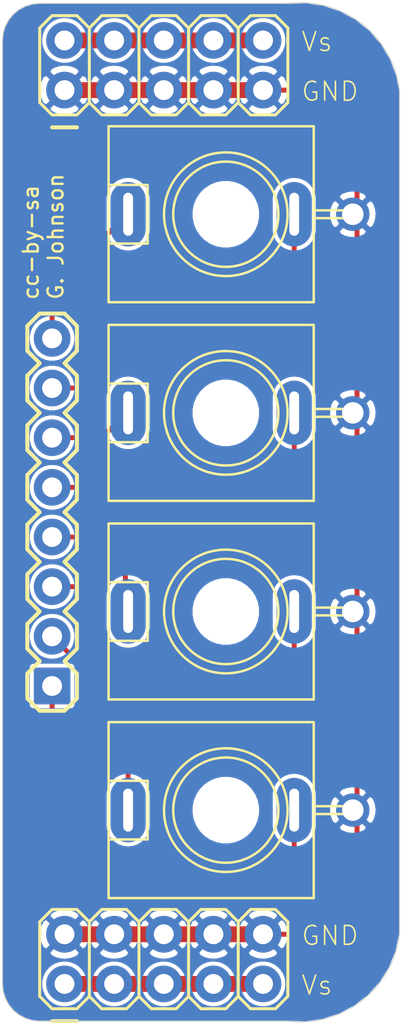
<source format=kicad_pcb>
(kicad_pcb (version 20171130) (host pcbnew "(5.1.5)-3")

  (general
    (thickness 1.6)
    (drawings 14)
    (tracks 48)
    (zones 0)
    (modules 7)
    (nets 12)
  )

  (page A4)
  (layers
    (0 Top signal)
    (31 Bottom signal)
    (32 B.Adhes user)
    (33 F.Adhes user)
    (34 B.Paste user)
    (35 F.Paste user)
    (36 B.SilkS user)
    (37 F.SilkS user)
    (38 B.Mask user)
    (39 F.Mask user)
    (40 Dwgs.User user)
    (41 Cmts.User user)
    (42 Eco1.User user)
    (43 Eco2.User user)
    (44 Edge.Cuts user)
    (45 Margin user)
    (46 B.CrtYd user)
    (47 F.CrtYd user)
    (48 B.Fab user)
    (49 F.Fab user)
  )

  (setup
    (last_trace_width 0.25)
    (trace_clearance 0.2)
    (zone_clearance 0.508)
    (zone_45_only no)
    (trace_min 0.2)
    (via_size 0.8)
    (via_drill 0.4)
    (via_min_size 0.4)
    (via_min_drill 0.3)
    (uvia_size 0.3)
    (uvia_drill 0.1)
    (uvias_allowed no)
    (uvia_min_size 0.2)
    (uvia_min_drill 0.1)
    (edge_width 0.05)
    (segment_width 0.2)
    (pcb_text_width 0.3)
    (pcb_text_size 1.5 1.5)
    (mod_edge_width 0.12)
    (mod_text_size 1 1)
    (mod_text_width 0.15)
    (pad_size 1.524 1.524)
    (pad_drill 0.762)
    (pad_to_mask_clearance 0.051)
    (solder_mask_min_width 0.25)
    (aux_axis_origin 0 0)
    (visible_elements 7FFFFFFF)
    (pcbplotparams
      (layerselection 0x312fc_ffffffff)
      (usegerberextensions false)
      (usegerberattributes false)
      (usegerberadvancedattributes true)
      (creategerberjobfile true)
      (excludeedgelayer true)
      (linewidth 0.100000)
      (plotframeref false)
      (viasonmask false)
      (mode 1)
      (useauxorigin false)
      (hpglpennumber 1)
      (hpglpenspeed 20)
      (hpglpendiameter 15.000000)
      (psnegative false)
      (psa4output false)
      (plotreference true)
      (plotvalue true)
      (plotinvisibletext false)
      (padsonsilk false)
      (subtractmaskfromsilk true)
      (outputformat 1)
      (mirror false)
      (drillshape 0)
      (scaleselection 1)
      (outputdirectory "Gerbers/"))
  )

  (net 0 "")
  (net 1 GND)
  (net 2 VCC)
  (net 3 VEE)
  (net 4 "Net-(J2-PadP$2)")
  (net 5 "Net-(J2-PadP$1)")
  (net 6 "Net-(J3-PadP$2)")
  (net 7 "Net-(J3-PadP$1)")
  (net 8 "Net-(J4-PadP$2)")
  (net 9 "Net-(J4-PadP$1)")
  (net 10 "Net-(J1-PadP$2)")
  (net 11 "Net-(J1-PadP$1)")

  (net_class Default "This is the default net class."
    (clearance 0.2)
    (trace_width 0.25)
    (via_dia 0.8)
    (via_drill 0.4)
    (uvia_dia 0.3)
    (uvia_drill 0.1)
    (add_net GND)
    (add_net "Net-(J1-PadP$1)")
    (add_net "Net-(J1-PadP$2)")
    (add_net "Net-(J2-PadP$1)")
    (add_net "Net-(J2-PadP$2)")
    (add_net "Net-(J3-PadP$1)")
    (add_net "Net-(J3-PadP$2)")
    (add_net "Net-(J4-PadP$1)")
    (add_net "Net-(J4-PadP$2)")
    (add_net VCC)
    (add_net VEE)
  )

  (module bbf-thonkjacks:WQP-PJ301M-12_JACK (layer Top) (tedit 5E6E6CCE) (tstamp 5E6E5D18)
    (at 149.7711 99.918638 90)
    (path /C3E76336)
    (fp_text reference J2 (at -4.7498 4.4704 180) (layer F.SilkS) hide
      (effects (font (size 1.2065 1.2065) (thickness 0.1016)) (justify right top))
    )
    (fp_text value WQP-PJ301M-12_JACK (at 0 0 90) (layer F.SilkS) hide
      (effects (font (size 1.27 1.27) (thickness 0.15)))
    )
    (fp_line (start 0.2 6.7) (end 0.2 4.5) (layer F.SilkS) (width 0.127))
    (fp_line (start -0.2 6.7) (end 0.2 6.7) (layer F.SilkS) (width 0.127))
    (fp_line (start -0.2 4.6) (end -0.2 6.7) (layer F.SilkS) (width 0.127))
    (fp_circle (center 0 0) (end 2.690721 0) (layer F.SilkS) (width 0.127))
    (fp_line (start 1.5 -4) (end 1.5 -6) (layer F.SilkS) (width 0.127))
    (fp_line (start -1.5 -4) (end 1.5 -4) (layer F.SilkS) (width 0.127))
    (fp_line (start -1.5 -6) (end -1.5 -4) (layer F.SilkS) (width 0.127))
    (fp_circle (center 0 0) (end 3.162275 0) (layer F.SilkS) (width 0.127))
    (fp_line (start 4.5 4.5) (end 4.5 -6) (layer F.SilkS) (width 0.127))
    (fp_line (start 0.2 4.5) (end 4.5 4.5) (layer F.SilkS) (width 0.127))
    (fp_line (start -4.5 4.5) (end 0.2 4.5) (layer F.SilkS) (width 0.127))
    (fp_line (start -4.5 -6) (end -4.5 4.5) (layer F.SilkS) (width 0.127))
    (fp_line (start 1.5 -6) (end 4.5 -6) (layer F.SilkS) (width 0.127))
    (fp_line (start -1.5 -6) (end 1.5 -6) (layer F.SilkS) (width 0.127))
    (fp_line (start -4.5 -6) (end -1.5 -6) (layer F.SilkS) (width 0.127))
    (pad "" np_thru_hole circle (at 0 0 90) (size 3 3) (drill 3) (layers *.Cu *.Mask))
    (pad P$3 thru_hole circle (at 0 6.5 90) (size 1.7096 1.7096) (drill 1.1) (layers *.Cu *.Mask)
      (net 1 GND) (solder_mask_margin 0.1016))
    (pad P$2 thru_hole oval (at 0 3.5 90) (size 3.3 1.8) (drill oval 2.2 0.5) (layers *.Cu *.Mask)
      (net 4 "Net-(J2-PadP$2)") (solder_mask_margin 0.1016))
    (pad P$1 thru_hole oval (at 0 -5 90) (size 3.3 1.8) (drill oval 2.2 0.5) (layers *.Cu *.Mask)
      (net 5 "Net-(J2-PadP$1)") (solder_mask_margin 0.1016) (zone_connect 2))
  )

  (module bbf-thonkjacks:WQP-PJ301M-12_JACK (layer Top) (tedit 5E6E6CCE) (tstamp 5E6E5D2E)
    (at 149.7711 110.078638 90)
    (path /B665FDA9)
    (fp_text reference J3 (at -4.7498 4.4704 180) (layer F.SilkS) hide
      (effects (font (size 1.2065 1.2065) (thickness 0.1016)) (justify right top))
    )
    (fp_text value WQP-PJ301M-12_JACK (at 0 0 90) (layer F.SilkS) hide
      (effects (font (size 1.27 1.27) (thickness 0.15)))
    )
    (fp_line (start 0.2 6.7) (end 0.2 4.5) (layer F.SilkS) (width 0.127))
    (fp_line (start -0.2 6.7) (end 0.2 6.7) (layer F.SilkS) (width 0.127))
    (fp_line (start -0.2 4.6) (end -0.2 6.7) (layer F.SilkS) (width 0.127))
    (fp_circle (center 0 0) (end 2.690721 0) (layer F.SilkS) (width 0.127))
    (fp_line (start 1.5 -4) (end 1.5 -6) (layer F.SilkS) (width 0.127))
    (fp_line (start -1.5 -4) (end 1.5 -4) (layer F.SilkS) (width 0.127))
    (fp_line (start -1.5 -6) (end -1.5 -4) (layer F.SilkS) (width 0.127))
    (fp_circle (center 0 0) (end 3.162275 0) (layer F.SilkS) (width 0.127))
    (fp_line (start 4.5 4.5) (end 4.5 -6) (layer F.SilkS) (width 0.127))
    (fp_line (start 0.2 4.5) (end 4.5 4.5) (layer F.SilkS) (width 0.127))
    (fp_line (start -4.5 4.5) (end 0.2 4.5) (layer F.SilkS) (width 0.127))
    (fp_line (start -4.5 -6) (end -4.5 4.5) (layer F.SilkS) (width 0.127))
    (fp_line (start 1.5 -6) (end 4.5 -6) (layer F.SilkS) (width 0.127))
    (fp_line (start -1.5 -6) (end 1.5 -6) (layer F.SilkS) (width 0.127))
    (fp_line (start -4.5 -6) (end -1.5 -6) (layer F.SilkS) (width 0.127))
    (pad "" np_thru_hole circle (at 0 0 90) (size 3 3) (drill 3) (layers *.Cu *.Mask))
    (pad P$3 thru_hole circle (at 0 6.5 90) (size 1.7096 1.7096) (drill 1.1) (layers *.Cu *.Mask)
      (net 1 GND) (solder_mask_margin 0.1016))
    (pad P$2 thru_hole oval (at 0 3.5 90) (size 3.3 1.8) (drill oval 2.2 0.5) (layers *.Cu *.Mask)
      (net 6 "Net-(J3-PadP$2)") (solder_mask_margin 0.1016))
    (pad P$1 thru_hole oval (at 0 -5 90) (size 3.3 1.8) (drill oval 2.2 0.5) (layers *.Cu *.Mask)
      (net 7 "Net-(J3-PadP$1)") (solder_mask_margin 0.1016) (zone_connect 2))
  )

  (module bbf-thonkjacks:WQP-PJ301M-12_JACK (layer Top) (tedit 5E6E6CCE) (tstamp 5E6E5D44)
    (at 149.7711 120.238638 90)
    (path /FA7CA15B)
    (fp_text reference J4 (at -4.7498 4.4704 180) (layer F.SilkS) hide
      (effects (font (size 1.2065 1.2065) (thickness 0.1016)) (justify right top))
    )
    (fp_text value WQP-PJ301M-12_JACK (at 0 0 90) (layer F.SilkS) hide
      (effects (font (size 1.27 1.27) (thickness 0.15)))
    )
    (fp_line (start 0.2 6.7) (end 0.2 4.5) (layer F.SilkS) (width 0.127))
    (fp_line (start -0.2 6.7) (end 0.2 6.7) (layer F.SilkS) (width 0.127))
    (fp_line (start -0.2 4.6) (end -0.2 6.7) (layer F.SilkS) (width 0.127))
    (fp_circle (center 0 0) (end 2.690721 0) (layer F.SilkS) (width 0.127))
    (fp_line (start 1.5 -4) (end 1.5 -6) (layer F.SilkS) (width 0.127))
    (fp_line (start -1.5 -4) (end 1.5 -4) (layer F.SilkS) (width 0.127))
    (fp_line (start -1.5 -6) (end -1.5 -4) (layer F.SilkS) (width 0.127))
    (fp_circle (center 0 0) (end 3.162275 0) (layer F.SilkS) (width 0.127))
    (fp_line (start 4.5 4.5) (end 4.5 -6) (layer F.SilkS) (width 0.127))
    (fp_line (start 0.2 4.5) (end 4.5 4.5) (layer F.SilkS) (width 0.127))
    (fp_line (start -4.5 4.5) (end 0.2 4.5) (layer F.SilkS) (width 0.127))
    (fp_line (start -4.5 -6) (end -4.5 4.5) (layer F.SilkS) (width 0.127))
    (fp_line (start 1.5 -6) (end 4.5 -6) (layer F.SilkS) (width 0.127))
    (fp_line (start -1.5 -6) (end 1.5 -6) (layer F.SilkS) (width 0.127))
    (fp_line (start -4.5 -6) (end -1.5 -6) (layer F.SilkS) (width 0.127))
    (pad "" np_thru_hole circle (at 0 0 90) (size 3 3) (drill 3) (layers *.Cu *.Mask))
    (pad P$3 thru_hole circle (at 0 6.5 90) (size 1.7096 1.7096) (drill 1.1) (layers *.Cu *.Mask)
      (net 1 GND) (solder_mask_margin 0.1016))
    (pad P$2 thru_hole oval (at 0 3.5 90) (size 3.3 1.8) (drill oval 2.2 0.5) (layers *.Cu *.Mask)
      (net 8 "Net-(J4-PadP$2)") (solder_mask_margin 0.1016))
    (pad P$1 thru_hole oval (at 0 -5 90) (size 3.3 1.8) (drill oval 2.2 0.5) (layers *.Cu *.Mask)
      (net 9 "Net-(J4-PadP$1)") (solder_mask_margin 0.1016) (zone_connect 2))
  )

  (module bbf-thonkjacks:WQP-PJ301M-12_JACK (layer Top) (tedit 5E6E6CCE) (tstamp 5E6E5D5A)
    (at 149.7711 89.758638 90)
    (path /449C7C68)
    (fp_text reference J1 (at -4.7498 4.4704 180) (layer F.SilkS) hide
      (effects (font (size 1.2065 1.2065) (thickness 0.1016)) (justify right top))
    )
    (fp_text value WQP-PJ301M-12_JACK (at 0 0 90) (layer F.SilkS) hide
      (effects (font (size 1.27 1.27) (thickness 0.15)))
    )
    (fp_line (start 0.2 6.7) (end 0.2 4.5) (layer F.SilkS) (width 0.127))
    (fp_line (start -0.2 6.7) (end 0.2 6.7) (layer F.SilkS) (width 0.127))
    (fp_line (start -0.2 4.6) (end -0.2 6.7) (layer F.SilkS) (width 0.127))
    (fp_circle (center 0 0) (end 2.690721 0) (layer F.SilkS) (width 0.127))
    (fp_line (start 1.5 -4) (end 1.5 -6) (layer F.SilkS) (width 0.127))
    (fp_line (start -1.5 -4) (end 1.5 -4) (layer F.SilkS) (width 0.127))
    (fp_line (start -1.5 -6) (end -1.5 -4) (layer F.SilkS) (width 0.127))
    (fp_circle (center 0 0) (end 3.162275 0) (layer F.SilkS) (width 0.127))
    (fp_line (start 4.5 4.5) (end 4.5 -6) (layer F.SilkS) (width 0.127))
    (fp_line (start 0.2 4.5) (end 4.5 4.5) (layer F.SilkS) (width 0.127))
    (fp_line (start -4.5 4.5) (end 0.2 4.5) (layer F.SilkS) (width 0.127))
    (fp_line (start -4.5 -6) (end -4.5 4.5) (layer F.SilkS) (width 0.127))
    (fp_line (start 1.5 -6) (end 4.5 -6) (layer F.SilkS) (width 0.127))
    (fp_line (start -1.5 -6) (end 1.5 -6) (layer F.SilkS) (width 0.127))
    (fp_line (start -4.5 -6) (end -1.5 -6) (layer F.SilkS) (width 0.127))
    (pad "" np_thru_hole circle (at 0 0 90) (size 3 3) (drill 3) (layers *.Cu *.Mask))
    (pad P$3 thru_hole circle (at 0 6.5 90) (size 1.7096 1.7096) (drill 1.1) (layers *.Cu *.Mask)
      (net 1 GND) (solder_mask_margin 0.1016))
    (pad P$2 thru_hole oval (at 0 3.5 90) (size 3.3 1.8) (drill oval 2.2 0.5) (layers *.Cu *.Mask)
      (net 10 "Net-(J1-PadP$2)") (solder_mask_margin 0.1016))
    (pad P$1 thru_hole oval (at 0 -5 90) (size 3.3 1.8) (drill oval 2.2 0.5) (layers *.Cu *.Mask)
      (net 11 "Net-(J1-PadP$1)") (solder_mask_margin 0.1016) (zone_connect 2))
  )

  (module bbf-thonkjacks:AVR_ICSP (layer Top) (tedit 0) (tstamp 5E6E5CA0)
    (at 146.5961 82.138638 90)
    (descr "<b>PIN HEADER</b>")
    (path /0B60073D)
    (fp_text reference JP1 (at -2.794 3.302 180) (layer F.SilkS) hide
      (effects (font (size 0.38608 0.38608) (thickness 0.032512)) (justify right top))
    )
    (fp_text value M05X2PTH (at -2.794 0.254 180) (layer F.Fab) hide
      (effects (font (size 0.38608 0.38608) (thickness 0.032512)) (justify right top))
    )
    (fp_poly (pts (xy 1.016 2.794) (xy 1.524 2.794) (xy 1.524 2.286) (xy 1.016 2.286)) (layer F.Fab) (width 0))
    (fp_poly (pts (xy -1.524 2.794) (xy -1.016 2.794) (xy -1.016 2.286) (xy -1.524 2.286)) (layer F.Fab) (width 0))
    (fp_poly (pts (xy -1.524 5.334) (xy -1.016 5.334) (xy -1.016 4.826) (xy -1.524 4.826)) (layer F.Fab) (width 0))
    (fp_poly (pts (xy 1.016 5.334) (xy 1.524 5.334) (xy 1.524 4.826) (xy 1.016 4.826)) (layer F.Fab) (width 0))
    (fp_poly (pts (xy -1.524 0.254) (xy -1.016 0.254) (xy -1.016 -0.254) (xy -1.524 -0.254)) (layer F.SilkS) (width 0))
    (fp_poly (pts (xy 1.016 0.254) (xy 1.524 0.254) (xy 1.524 -0.254) (xy 1.016 -0.254)) (layer F.Fab) (width 0))
    (fp_poly (pts (xy -1.524 -2.286) (xy -1.016 -2.286) (xy -1.016 -2.794) (xy -1.524 -2.794)) (layer F.Fab) (width 0))
    (fp_poly (pts (xy 1.016 -2.286) (xy 1.524 -2.286) (xy 1.524 -2.794) (xy 1.016 -2.794)) (layer F.Fab) (width 0))
    (fp_poly (pts (xy 1.016 -4.826) (xy 1.524 -4.826) (xy 1.524 -5.334) (xy 1.016 -5.334)) (layer F.Fab) (width 0))
    (fp_poly (pts (xy -1.524 -4.826) (xy -1.016 -4.826) (xy -1.016 -5.334) (xy -1.524 -5.334)) (layer F.Fab) (width 0))
    (fp_line (start -3.175 -5.715) (end -3.175 -4.445) (layer F.SilkS) (width 0.2032))
    (fp_line (start -2.54 4.445) (end -2.54 5.715) (layer F.SilkS) (width 0.1524))
    (fp_line (start 1.905 6.35) (end -1.905 6.35) (layer F.SilkS) (width 0.1524))
    (fp_line (start 2.54 5.715) (end 1.905 6.35) (layer F.SilkS) (width 0.1524))
    (fp_line (start 2.54 4.445) (end 2.54 5.715) (layer F.SilkS) (width 0.1524))
    (fp_line (start 1.905 3.81) (end 2.54 4.445) (layer F.SilkS) (width 0.1524))
    (fp_line (start -2.54 5.715) (end -1.905 6.35) (layer F.SilkS) (width 0.1524))
    (fp_line (start -1.905 3.81) (end -2.54 4.445) (layer F.SilkS) (width 0.1524))
    (fp_line (start -2.54 -5.715) (end -2.54 -4.445) (layer F.SilkS) (width 0.1524))
    (fp_line (start -2.54 -3.175) (end -2.54 -1.905) (layer F.SilkS) (width 0.1524))
    (fp_line (start -2.54 -0.635) (end -2.54 0.635) (layer F.SilkS) (width 0.1524))
    (fp_line (start -2.54 1.905) (end -2.54 3.175) (layer F.SilkS) (width 0.1524))
    (fp_line (start 1.905 3.81) (end -1.905 3.81) (layer F.SilkS) (width 0.1524))
    (fp_line (start 1.905 1.27) (end -1.905 1.27) (layer F.SilkS) (width 0.1524))
    (fp_line (start 1.905 -1.27) (end -1.905 -1.27) (layer F.SilkS) (width 0.1524))
    (fp_line (start 1.905 -3.81) (end -1.905 -3.81) (layer F.SilkS) (width 0.1524))
    (fp_line (start 2.54 3.175) (end 1.905 3.81) (layer F.SilkS) (width 0.1524))
    (fp_line (start 2.54 1.905) (end 2.54 3.175) (layer F.SilkS) (width 0.1524))
    (fp_line (start 1.905 1.27) (end 2.54 1.905) (layer F.SilkS) (width 0.1524))
    (fp_line (start 2.54 0.635) (end 1.905 1.27) (layer F.SilkS) (width 0.1524))
    (fp_line (start 2.54 -0.635) (end 2.54 0.635) (layer F.SilkS) (width 0.1524))
    (fp_line (start 1.905 -1.27) (end 2.54 -0.635) (layer F.SilkS) (width 0.1524))
    (fp_line (start 2.54 -1.905) (end 1.905 -1.27) (layer F.SilkS) (width 0.1524))
    (fp_line (start 2.54 -3.175) (end 2.54 -1.905) (layer F.SilkS) (width 0.1524))
    (fp_line (start 1.905 -3.81) (end 2.54 -3.175) (layer F.SilkS) (width 0.1524))
    (fp_line (start 2.54 -4.445) (end 1.905 -3.81) (layer F.SilkS) (width 0.1524))
    (fp_line (start 2.54 -5.715) (end 2.54 -4.445) (layer F.SilkS) (width 0.1524))
    (fp_line (start 1.905 -6.35) (end 2.54 -5.715) (layer F.SilkS) (width 0.1524))
    (fp_line (start -1.905 -6.35) (end 1.905 -6.35) (layer F.SilkS) (width 0.1524))
    (fp_line (start -2.54 3.175) (end -1.905 3.81) (layer F.SilkS) (width 0.1524))
    (fp_line (start -1.905 1.27) (end -2.54 1.905) (layer F.SilkS) (width 0.1524))
    (fp_line (start -2.54 0.635) (end -1.905 1.27) (layer F.SilkS) (width 0.1524))
    (fp_line (start -1.905 -1.27) (end -2.54 -0.635) (layer F.SilkS) (width 0.1524))
    (fp_line (start -2.54 -1.905) (end -1.905 -1.27) (layer F.SilkS) (width 0.1524))
    (fp_line (start -1.905 -3.81) (end -2.54 -3.175) (layer F.SilkS) (width 0.1524))
    (fp_line (start -2.54 -4.445) (end -1.905 -3.81) (layer F.SilkS) (width 0.1524))
    (fp_line (start -1.905 -6.35) (end -2.54 -5.715) (layer F.SilkS) (width 0.1524))
    (pad 10 thru_hole circle (at 1.27 5.08) (size 1.8796 1.8796) (drill 1.016) (layers *.Cu *.Mask)
      (net 2 VCC) (solder_mask_margin 0.1016))
    (pad 9 thru_hole circle (at -1.27 5.08) (size 1.8796 1.8796) (drill 1.016) (layers *.Cu *.Mask)
      (net 1 GND) (solder_mask_margin 0.1016))
    (pad 8 thru_hole circle (at 1.27 2.54) (size 1.8796 1.8796) (drill 1.016) (layers *.Cu *.Mask)
      (net 2 VCC) (solder_mask_margin 0.1016))
    (pad 7 thru_hole circle (at -1.27 2.54) (size 1.8796 1.8796) (drill 1.016) (layers *.Cu *.Mask)
      (net 1 GND) (solder_mask_margin 0.1016))
    (pad 6 thru_hole circle (at 1.27 0) (size 1.8796 1.8796) (drill 1.016) (layers *.Cu *.Mask)
      (net 2 VCC) (solder_mask_margin 0.1016))
    (pad 5 thru_hole circle (at -1.27 0) (size 1.8796 1.8796) (drill 1.016) (layers *.Cu *.Mask)
      (net 1 GND) (solder_mask_margin 0.1016))
    (pad 4 thru_hole circle (at 1.27 -2.54) (size 1.8796 1.8796) (drill 1.016) (layers *.Cu *.Mask)
      (net 2 VCC) (solder_mask_margin 0.1016))
    (pad 3 thru_hole circle (at -1.27 -2.54) (size 1.8796 1.8796) (drill 1.016) (layers *.Cu *.Mask)
      (net 1 GND) (solder_mask_margin 0.1016))
    (pad 2 thru_hole circle (at 1.27 -5.08) (size 1.8796 1.8796) (drill 1.016) (layers *.Cu *.Mask)
      (net 2 VCC) (solder_mask_margin 0.1016))
    (pad 1 thru_hole circle (at -1.27 -5.08) (size 1.8796 1.8796) (drill 1.016) (layers *.Cu *.Mask)
      (net 1 GND) (solder_mask_margin 0.1016))
  )

  (module bbf-thonkjacks:AVR_ICSP (layer Top) (tedit 0) (tstamp 5E6E5CDC)
    (at 146.5961 127.858638 90)
    (descr "<b>PIN HEADER</b>")
    (path /8182258E)
    (fp_text reference JP3 (at -2.794 3.302 180) (layer F.SilkS) hide
      (effects (font (size 0.38608 0.38608) (thickness 0.032512)) (justify right top))
    )
    (fp_text value M05X2PTH (at -2.794 0.254 180) (layer F.Fab) hide
      (effects (font (size 0.38608 0.38608) (thickness 0.032512)) (justify right top))
    )
    (fp_poly (pts (xy 1.016 2.794) (xy 1.524 2.794) (xy 1.524 2.286) (xy 1.016 2.286)) (layer F.Fab) (width 0))
    (fp_poly (pts (xy -1.524 2.794) (xy -1.016 2.794) (xy -1.016 2.286) (xy -1.524 2.286)) (layer F.Fab) (width 0))
    (fp_poly (pts (xy -1.524 5.334) (xy -1.016 5.334) (xy -1.016 4.826) (xy -1.524 4.826)) (layer F.Fab) (width 0))
    (fp_poly (pts (xy 1.016 5.334) (xy 1.524 5.334) (xy 1.524 4.826) (xy 1.016 4.826)) (layer F.Fab) (width 0))
    (fp_poly (pts (xy -1.524 0.254) (xy -1.016 0.254) (xy -1.016 -0.254) (xy -1.524 -0.254)) (layer F.SilkS) (width 0))
    (fp_poly (pts (xy 1.016 0.254) (xy 1.524 0.254) (xy 1.524 -0.254) (xy 1.016 -0.254)) (layer F.Fab) (width 0))
    (fp_poly (pts (xy -1.524 -2.286) (xy -1.016 -2.286) (xy -1.016 -2.794) (xy -1.524 -2.794)) (layer F.Fab) (width 0))
    (fp_poly (pts (xy 1.016 -2.286) (xy 1.524 -2.286) (xy 1.524 -2.794) (xy 1.016 -2.794)) (layer F.Fab) (width 0))
    (fp_poly (pts (xy 1.016 -4.826) (xy 1.524 -4.826) (xy 1.524 -5.334) (xy 1.016 -5.334)) (layer F.Fab) (width 0))
    (fp_poly (pts (xy -1.524 -4.826) (xy -1.016 -4.826) (xy -1.016 -5.334) (xy -1.524 -5.334)) (layer F.Fab) (width 0))
    (fp_line (start -3.175 -5.715) (end -3.175 -4.445) (layer F.SilkS) (width 0.2032))
    (fp_line (start -2.54 4.445) (end -2.54 5.715) (layer F.SilkS) (width 0.1524))
    (fp_line (start 1.905 6.35) (end -1.905 6.35) (layer F.SilkS) (width 0.1524))
    (fp_line (start 2.54 5.715) (end 1.905 6.35) (layer F.SilkS) (width 0.1524))
    (fp_line (start 2.54 4.445) (end 2.54 5.715) (layer F.SilkS) (width 0.1524))
    (fp_line (start 1.905 3.81) (end 2.54 4.445) (layer F.SilkS) (width 0.1524))
    (fp_line (start -2.54 5.715) (end -1.905 6.35) (layer F.SilkS) (width 0.1524))
    (fp_line (start -1.905 3.81) (end -2.54 4.445) (layer F.SilkS) (width 0.1524))
    (fp_line (start -2.54 -5.715) (end -2.54 -4.445) (layer F.SilkS) (width 0.1524))
    (fp_line (start -2.54 -3.175) (end -2.54 -1.905) (layer F.SilkS) (width 0.1524))
    (fp_line (start -2.54 -0.635) (end -2.54 0.635) (layer F.SilkS) (width 0.1524))
    (fp_line (start -2.54 1.905) (end -2.54 3.175) (layer F.SilkS) (width 0.1524))
    (fp_line (start 1.905 3.81) (end -1.905 3.81) (layer F.SilkS) (width 0.1524))
    (fp_line (start 1.905 1.27) (end -1.905 1.27) (layer F.SilkS) (width 0.1524))
    (fp_line (start 1.905 -1.27) (end -1.905 -1.27) (layer F.SilkS) (width 0.1524))
    (fp_line (start 1.905 -3.81) (end -1.905 -3.81) (layer F.SilkS) (width 0.1524))
    (fp_line (start 2.54 3.175) (end 1.905 3.81) (layer F.SilkS) (width 0.1524))
    (fp_line (start 2.54 1.905) (end 2.54 3.175) (layer F.SilkS) (width 0.1524))
    (fp_line (start 1.905 1.27) (end 2.54 1.905) (layer F.SilkS) (width 0.1524))
    (fp_line (start 2.54 0.635) (end 1.905 1.27) (layer F.SilkS) (width 0.1524))
    (fp_line (start 2.54 -0.635) (end 2.54 0.635) (layer F.SilkS) (width 0.1524))
    (fp_line (start 1.905 -1.27) (end 2.54 -0.635) (layer F.SilkS) (width 0.1524))
    (fp_line (start 2.54 -1.905) (end 1.905 -1.27) (layer F.SilkS) (width 0.1524))
    (fp_line (start 2.54 -3.175) (end 2.54 -1.905) (layer F.SilkS) (width 0.1524))
    (fp_line (start 1.905 -3.81) (end 2.54 -3.175) (layer F.SilkS) (width 0.1524))
    (fp_line (start 2.54 -4.445) (end 1.905 -3.81) (layer F.SilkS) (width 0.1524))
    (fp_line (start 2.54 -5.715) (end 2.54 -4.445) (layer F.SilkS) (width 0.1524))
    (fp_line (start 1.905 -6.35) (end 2.54 -5.715) (layer F.SilkS) (width 0.1524))
    (fp_line (start -1.905 -6.35) (end 1.905 -6.35) (layer F.SilkS) (width 0.1524))
    (fp_line (start -2.54 3.175) (end -1.905 3.81) (layer F.SilkS) (width 0.1524))
    (fp_line (start -1.905 1.27) (end -2.54 1.905) (layer F.SilkS) (width 0.1524))
    (fp_line (start -2.54 0.635) (end -1.905 1.27) (layer F.SilkS) (width 0.1524))
    (fp_line (start -1.905 -1.27) (end -2.54 -0.635) (layer F.SilkS) (width 0.1524))
    (fp_line (start -2.54 -1.905) (end -1.905 -1.27) (layer F.SilkS) (width 0.1524))
    (fp_line (start -1.905 -3.81) (end -2.54 -3.175) (layer F.SilkS) (width 0.1524))
    (fp_line (start -2.54 -4.445) (end -1.905 -3.81) (layer F.SilkS) (width 0.1524))
    (fp_line (start -1.905 -6.35) (end -2.54 -5.715) (layer F.SilkS) (width 0.1524))
    (pad 10 thru_hole circle (at 1.27 5.08) (size 1.8796 1.8796) (drill 1.016) (layers *.Cu *.Mask)
      (net 1 GND) (solder_mask_margin 0.1016))
    (pad 9 thru_hole circle (at -1.27 5.08) (size 1.8796 1.8796) (drill 1.016) (layers *.Cu *.Mask)
      (net 3 VEE) (solder_mask_margin 0.1016))
    (pad 8 thru_hole circle (at 1.27 2.54) (size 1.8796 1.8796) (drill 1.016) (layers *.Cu *.Mask)
      (net 1 GND) (solder_mask_margin 0.1016))
    (pad 7 thru_hole circle (at -1.27 2.54) (size 1.8796 1.8796) (drill 1.016) (layers *.Cu *.Mask)
      (net 3 VEE) (solder_mask_margin 0.1016))
    (pad 6 thru_hole circle (at 1.27 0) (size 1.8796 1.8796) (drill 1.016) (layers *.Cu *.Mask)
      (net 1 GND) (solder_mask_margin 0.1016))
    (pad 5 thru_hole circle (at -1.27 0) (size 1.8796 1.8796) (drill 1.016) (layers *.Cu *.Mask)
      (net 3 VEE) (solder_mask_margin 0.1016))
    (pad 4 thru_hole circle (at 1.27 -2.54) (size 1.8796 1.8796) (drill 1.016) (layers *.Cu *.Mask)
      (net 1 GND) (solder_mask_margin 0.1016))
    (pad 3 thru_hole circle (at -1.27 -2.54) (size 1.8796 1.8796) (drill 1.016) (layers *.Cu *.Mask)
      (net 3 VEE) (solder_mask_margin 0.1016))
    (pad 2 thru_hole circle (at 1.27 -5.08) (size 1.8796 1.8796) (drill 1.016) (layers *.Cu *.Mask)
      (net 1 GND) (solder_mask_margin 0.1016))
    (pad 1 thru_hole circle (at -1.27 -5.08) (size 1.8796 1.8796) (drill 1.016) (layers *.Cu *.Mask)
      (net 3 VEE) (solder_mask_margin 0.1016))
  )

  (module bbf-thonkjacks:1X08 (layer Top) (tedit 0) (tstamp 5E6E5D70)
    (at 140.8811 113.888638 90)
    (path /BAFA783C)
    (fp_text reference JP2 (at -1.3462 -1.8288 90) (layer F.SilkS) hide
      (effects (font (size 1.2065 1.2065) (thickness 0.127)) (justify left bottom))
    )
    (fp_text value M08 (at -1.27 3.175 90) (layer F.Fab)
      (effects (font (size 1.2065 1.2065) (thickness 0.09652)) (justify left bottom))
    )
    (fp_poly (pts (xy 17.526 0.254) (xy 18.034 0.254) (xy 18.034 -0.254) (xy 17.526 -0.254)) (layer F.Fab) (width 0))
    (fp_poly (pts (xy -0.254 0.254) (xy 0.254 0.254) (xy 0.254 -0.254) (xy -0.254 -0.254)) (layer F.Fab) (width 0))
    (fp_poly (pts (xy 2.286 0.254) (xy 2.794 0.254) (xy 2.794 -0.254) (xy 2.286 -0.254)) (layer F.Fab) (width 0))
    (fp_poly (pts (xy 4.826 0.254) (xy 5.334 0.254) (xy 5.334 -0.254) (xy 4.826 -0.254)) (layer F.Fab) (width 0))
    (fp_poly (pts (xy 7.366 0.254) (xy 7.874 0.254) (xy 7.874 -0.254) (xy 7.366 -0.254)) (layer F.Fab) (width 0))
    (fp_poly (pts (xy 9.906 0.254) (xy 10.414 0.254) (xy 10.414 -0.254) (xy 9.906 -0.254)) (layer F.Fab) (width 0))
    (fp_poly (pts (xy 12.446 0.254) (xy 12.954 0.254) (xy 12.954 -0.254) (xy 12.446 -0.254)) (layer F.Fab) (width 0))
    (fp_poly (pts (xy 14.986 0.254) (xy 15.494 0.254) (xy 15.494 -0.254) (xy 14.986 -0.254)) (layer F.Fab) (width 0))
    (fp_line (start 18.415 1.27) (end 17.145 1.27) (layer F.SilkS) (width 0.2032))
    (fp_line (start 16.51 0.635) (end 17.145 1.27) (layer F.SilkS) (width 0.2032))
    (fp_line (start 17.145 -1.27) (end 16.51 -0.635) (layer F.SilkS) (width 0.2032))
    (fp_line (start 19.05 0.635) (end 18.415 1.27) (layer F.SilkS) (width 0.2032))
    (fp_line (start 19.05 -0.635) (end 19.05 0.635) (layer F.SilkS) (width 0.2032))
    (fp_line (start 18.415 -1.27) (end 19.05 -0.635) (layer F.SilkS) (width 0.2032))
    (fp_line (start 17.145 -1.27) (end 18.415 -1.27) (layer F.SilkS) (width 0.2032))
    (fp_line (start 0.635 1.27) (end -0.635 1.27) (layer F.SilkS) (width 0.2032))
    (fp_line (start -1.27 0.635) (end -0.635 1.27) (layer F.SilkS) (width 0.2032))
    (fp_line (start -0.635 -1.27) (end -1.27 -0.635) (layer F.SilkS) (width 0.2032))
    (fp_line (start -1.27 -0.635) (end -1.27 0.635) (layer F.SilkS) (width 0.2032))
    (fp_line (start 1.905 1.27) (end 1.27 0.635) (layer F.SilkS) (width 0.2032))
    (fp_line (start 3.175 1.27) (end 1.905 1.27) (layer F.SilkS) (width 0.2032))
    (fp_line (start 3.81 0.635) (end 3.175 1.27) (layer F.SilkS) (width 0.2032))
    (fp_line (start 3.175 -1.27) (end 3.81 -0.635) (layer F.SilkS) (width 0.2032))
    (fp_line (start 1.905 -1.27) (end 3.175 -1.27) (layer F.SilkS) (width 0.2032))
    (fp_line (start 1.27 -0.635) (end 1.905 -1.27) (layer F.SilkS) (width 0.2032))
    (fp_line (start 1.27 0.635) (end 0.635 1.27) (layer F.SilkS) (width 0.2032))
    (fp_line (start 0.635 -1.27) (end 1.27 -0.635) (layer F.SilkS) (width 0.2032))
    (fp_line (start -0.635 -1.27) (end 0.635 -1.27) (layer F.SilkS) (width 0.2032))
    (fp_line (start 8.255 1.27) (end 6.985 1.27) (layer F.SilkS) (width 0.2032))
    (fp_line (start 6.35 0.635) (end 6.985 1.27) (layer F.SilkS) (width 0.2032))
    (fp_line (start 6.985 -1.27) (end 6.35 -0.635) (layer F.SilkS) (width 0.2032))
    (fp_line (start 4.445 1.27) (end 3.81 0.635) (layer F.SilkS) (width 0.2032))
    (fp_line (start 5.715 1.27) (end 4.445 1.27) (layer F.SilkS) (width 0.2032))
    (fp_line (start 6.35 0.635) (end 5.715 1.27) (layer F.SilkS) (width 0.2032))
    (fp_line (start 5.715 -1.27) (end 6.35 -0.635) (layer F.SilkS) (width 0.2032))
    (fp_line (start 4.445 -1.27) (end 5.715 -1.27) (layer F.SilkS) (width 0.2032))
    (fp_line (start 3.81 -0.635) (end 4.445 -1.27) (layer F.SilkS) (width 0.2032))
    (fp_line (start 9.525 1.27) (end 8.89 0.635) (layer F.SilkS) (width 0.2032))
    (fp_line (start 10.795 1.27) (end 9.525 1.27) (layer F.SilkS) (width 0.2032))
    (fp_line (start 11.43 0.635) (end 10.795 1.27) (layer F.SilkS) (width 0.2032))
    (fp_line (start 10.795 -1.27) (end 11.43 -0.635) (layer F.SilkS) (width 0.2032))
    (fp_line (start 9.525 -1.27) (end 10.795 -1.27) (layer F.SilkS) (width 0.2032))
    (fp_line (start 8.89 -0.635) (end 9.525 -1.27) (layer F.SilkS) (width 0.2032))
    (fp_line (start 8.89 0.635) (end 8.255 1.27) (layer F.SilkS) (width 0.2032))
    (fp_line (start 8.255 -1.27) (end 8.89 -0.635) (layer F.SilkS) (width 0.2032))
    (fp_line (start 6.985 -1.27) (end 8.255 -1.27) (layer F.SilkS) (width 0.2032))
    (fp_line (start 15.875 1.27) (end 14.605 1.27) (layer F.SilkS) (width 0.2032))
    (fp_line (start 13.97 0.635) (end 14.605 1.27) (layer F.SilkS) (width 0.2032))
    (fp_line (start 14.605 -1.27) (end 13.97 -0.635) (layer F.SilkS) (width 0.2032))
    (fp_line (start 12.065 1.27) (end 11.43 0.635) (layer F.SilkS) (width 0.2032))
    (fp_line (start 13.335 1.27) (end 12.065 1.27) (layer F.SilkS) (width 0.2032))
    (fp_line (start 13.97 0.635) (end 13.335 1.27) (layer F.SilkS) (width 0.2032))
    (fp_line (start 13.335 -1.27) (end 13.97 -0.635) (layer F.SilkS) (width 0.2032))
    (fp_line (start 12.065 -1.27) (end 13.335 -1.27) (layer F.SilkS) (width 0.2032))
    (fp_line (start 11.43 -0.635) (end 12.065 -1.27) (layer F.SilkS) (width 0.2032))
    (fp_line (start 16.51 0.635) (end 15.875 1.27) (layer F.SilkS) (width 0.2032))
    (fp_line (start 15.875 -1.27) (end 16.51 -0.635) (layer F.SilkS) (width 0.2032))
    (fp_line (start 14.605 -1.27) (end 15.875 -1.27) (layer F.SilkS) (width 0.2032))
    (pad 8 thru_hole circle (at 17.78 0 180) (size 1.8796 1.8796) (drill 1.016) (layers *.Cu *.Mask)
      (net 11 "Net-(J1-PadP$1)") (solder_mask_margin 0.1016))
    (pad 7 thru_hole circle (at 15.24 0 180) (size 1.8796 1.8796) (drill 1.016) (layers *.Cu *.Mask)
      (net 10 "Net-(J1-PadP$2)") (solder_mask_margin 0.1016))
    (pad 6 thru_hole circle (at 12.7 0 180) (size 1.8796 1.8796) (drill 1.016) (layers *.Cu *.Mask)
      (net 5 "Net-(J2-PadP$1)") (solder_mask_margin 0.1016))
    (pad 5 thru_hole circle (at 10.16 0 180) (size 1.8796 1.8796) (drill 1.016) (layers *.Cu *.Mask)
      (net 4 "Net-(J2-PadP$2)") (solder_mask_margin 0.1016))
    (pad 4 thru_hole circle (at 7.62 0 180) (size 1.8796 1.8796) (drill 1.016) (layers *.Cu *.Mask)
      (net 7 "Net-(J3-PadP$1)") (solder_mask_margin 0.1016))
    (pad 3 thru_hole circle (at 5.08 0 180) (size 1.8796 1.8796) (drill 1.016) (layers *.Cu *.Mask)
      (net 6 "Net-(J3-PadP$2)") (solder_mask_margin 0.1016))
    (pad 2 thru_hole circle (at 2.54 0 180) (size 1.8796 1.8796) (drill 1.016) (layers *.Cu *.Mask)
      (net 9 "Net-(J4-PadP$1)") (solder_mask_margin 0.1016))
    (pad 1 thru_hole rect (at 0 0 180) (size 1.8796 1.8796) (drill 1.016) (layers *.Cu *.Mask)
      (net 8 "Net-(J4-PadP$2)") (solder_mask_margin 0.1016))
  )

  (gr_arc (start 153.5811 125.953638) (end 152.9461 131.033638) (angle -90) (layer Edge.Cuts) (width 0.05) (tstamp 1DDA31B0))
  (gr_line (start 158.6611 126.588638) (end 158.6611 83.408638) (layer Edge.Cuts) (width 0.05) (tstamp 1DDA2990))
  (gr_arc (start 153.5911 84.043638) (end 158.6611 83.408638) (angle -90) (layer Edge.Cuts) (width 0.05) (tstamp 1DDA3250))
  (gr_line (start 152.9561 78.973638) (end 140.2361 78.973638) (layer Edge.Cuts) (width 0.05) (tstamp 1DDA2B70))
  (gr_arc (start 140.2361 80.868638) (end 140.2361 78.973638) (angle -90) (layer Edge.Cuts) (width 0.05) (tstamp 1DDA3ED0))
  (gr_line (start 138.3411 80.868638) (end 138.3411 129.128638) (layer Edge.Cuts) (width 0.05) (tstamp 1DDA2850))
  (gr_arc (start 140.2461 129.128638) (end 138.3411 129.128638) (angle -90) (layer Edge.Cuts) (width 0.05) (tstamp 1DDA3390))
  (gr_line (start 140.2461 131.033638) (end 152.9461 131.033638) (layer Edge.Cuts) (width 0.05) (tstamp 1DDA3A70))
  (gr_text cc-by-sa (at 140.2461 94.203638 90) (layer F.SilkS) (tstamp 1DDA2C10)
    (effects (font (size 0.77216 0.77216) (thickness 0.12192)) (justify left bottom))
  )
  (gr_text "G. Johnson" (at 141.5161 94.203638 90) (layer F.SilkS) (tstamp 1DDA2210)
    (effects (font (size 0.77216 0.77216) (thickness 0.12192)) (justify left bottom))
  )
  (gr_text GND (at 153.5811 84.043638) (layer F.SilkS) (tstamp 1DDA3570)
    (effects (font (size 0.9652 0.9652) (thickness 0.08128)) (justify left bottom))
  )
  (gr_text GND (at 153.5811 127.223638) (layer F.SilkS) (tstamp 1DDA2350)
    (effects (font (size 0.9652 0.9652) (thickness 0.08128)) (justify left bottom))
  )
  (gr_text Vs (at 153.5811 129.763638) (layer F.SilkS) (tstamp 1DDA2D50)
    (effects (font (size 0.9652 0.9652) (thickness 0.08128)) (justify left bottom))
  )
  (gr_text Vs (at 153.5811 81.503638) (layer F.SilkS) (tstamp 1DDA2E90)
    (effects (font (size 0.9652 0.9652) (thickness 0.08128)) (justify left bottom))
  )

  (segment (start 151.6761 83.408638) (end 156.4861 83.408638) (width 0.254) (layer Top) (net 1) (tstamp 1DC4C9F0))
  (segment (start 156.4861 126.588638) (end 151.6761 126.588638) (width 0.254) (layer Top) (net 1) (tstamp 1DC4C3B0))
  (segment (start 141.5161 83.408638) (end 151.6761 83.408638) (width 0.8128) (layer Top) (net 1) (tstamp 1DC4D3F0))
  (segment (start 141.5161 126.588638) (end 151.6761 126.588638) (width 0.8128) (layer Top) (net 1) (tstamp 1DC4C6D0))
  (segment (start 156.4861 83.408638) (end 156.4861 126.588638) (width 0.254) (layer Top) (net 1) (tstamp 1DC4D850))
  (segment (start 141.5161 80.868638) (end 144.0561 80.868638) (width 0.8128) (layer Top) (net 2) (tstamp 1DC4DC10))
  (segment (start 144.0561 80.868638) (end 146.5961 80.868638) (width 0.8128) (layer Top) (net 2) (tstamp 1DC4CF90))
  (segment (start 146.5961 80.868638) (end 149.1361 80.868638) (width 0.8128) (layer Top) (net 2) (tstamp 1DC4D5D0))
  (segment (start 149.1361 80.868638) (end 151.6761 80.868638) (width 0.8128) (layer Top) (net 2) (tstamp 1DC4CBD0))
  (segment (start 141.5161 129.128638) (end 144.0561 129.128638) (width 0.8128) (layer Top) (net 3) (tstamp 1DC4D170))
  (segment (start 144.0561 129.128638) (end 146.5961 129.128638) (width 0.8128) (layer Top) (net 3) (tstamp 1DC4D670))
  (segment (start 146.5961 129.128638) (end 149.1361 129.128638) (width 0.8128) (layer Top) (net 3) (tstamp 1DC4CDB0))
  (segment (start 149.1361 129.128638) (end 151.6761 129.128638) (width 0.8128) (layer Top) (net 3) (tstamp 1DC4D210))
  (segment (start 140.8811 103.728638) (end 147.8661 103.728638) (width 0.254) (layer Top) (net 4) (tstamp 1DC4BCD0))
  (segment (start 153.2711 101.818638) (end 153.2711 99.918638) (width 0.25) (layer Top) (net 4))
  (segment (start 151.3611 103.728638) (end 153.2711 101.818638) (width 0.25) (layer Top) (net 4))
  (segment (start 147.8661 103.728638) (end 151.3611 103.728638) (width 0.25) (layer Top) (net 4))
  (segment (start 140.8811 101.188638) (end 142.7861 101.188638) (width 0.254) (layer Top) (net 5) (tstamp 1DC4BFF0))
  (segment (start 142.7861 101.188638) (end 143.7411 100.868638) (width 0.254) (layer Top) (net 5) (tstamp 1DC4C770))
  (segment (start 143.7411 100.868638) (end 144.7711 99.918638) (width 0.254) (layer Top) (net 5) (tstamp 1DC4DDF0))
  (segment (start 153.2711 111.978638) (end 153.2711 110.078638) (width 0.25) (layer Top) (net 6))
  (segment (start 153.19609 112.053648) (end 153.2711 111.978638) (width 0.25) (layer Top) (net 6))
  (segment (start 140.8811 108.808638) (end 142.210177 108.808638) (width 0.25) (layer Top) (net 6))
  (segment (start 143 111.5) (end 143.553648 112.053648) (width 0.25) (layer Top) (net 6))
  (segment (start 142.210177 108.808638) (end 143 109.598461) (width 0.25) (layer Top) (net 6))
  (segment (start 143.553648 112.053648) (end 153.19609 112.053648) (width 0.25) (layer Top) (net 6))
  (segment (start 143 109.598461) (end 143 111.5) (width 0.25) (layer Top) (net 6))
  (segment (start 140.8811 106.268638) (end 142.7861 106.268638) (width 0.254) (layer Top) (net 7) (tstamp 1DC4DA30))
  (segment (start 142.7861 106.268638) (end 144.6111 108.093638) (width 0.254) (layer Top) (net 7) (tstamp 1DC4D350))
  (segment (start 144.6111 108.093638) (end 144.7711 110.078638) (width 0.254) (layer Top) (net 7) (tstamp 1DC4DD50))
  (segment (start 140.8811 121.508638) (end 140.8811 113.888638) (width 0.254) (layer Top) (net 8) (tstamp 1DC4F3D0))
  (segment (start 140.8811 121.508638) (end 142.1511 122.778638) (width 0.254) (layer Top) (net 8) (tstamp 1DC4ED90))
  (segment (start 142.1511 122.778638) (end 149.1361 122.778638) (width 0.254) (layer Top) (net 8) (tstamp 1DC4F150))
  (segment (start 153.2711 122.138638) (end 153.2711 120.238638) (width 0.25) (layer Top) (net 8))
  (segment (start 152.6311 122.778638) (end 153.2711 122.138638) (width 0.25) (layer Top) (net 8))
  (segment (start 149.1361 122.778638) (end 152.6311 122.778638) (width 0.25) (layer Top) (net 8))
  (segment (start 144.7711 115.238638) (end 144.7711 120.238638) (width 0.25) (layer Top) (net 9))
  (segment (start 140.8811 111.348638) (end 144.7711 115.238638) (width 0.25) (layer Top) (net 9))
  (segment (start 140.8811 98.648638) (end 142.7861 98.648638) (width 0.254) (layer Top) (net 10) (tstamp 1DC4F8D0))
  (segment (start 142.7861 98.648638) (end 143.4211 98.013638) (width 0.254) (layer Top) (net 10) (tstamp 1DC4F650))
  (segment (start 143.4211 98.013638) (end 143.4211 94.838638) (width 0.254) (layer Top) (net 10) (tstamp 1DC4EB10))
  (segment (start 143.4211 94.838638) (end 145.7861 92.473638) (width 0.254) (layer Top) (net 10) (tstamp 1DC4F970))
  (segment (start 153.2711 91.658638) (end 153.2711 89.758638) (width 0.25) (layer Top) (net 10))
  (segment (start 152.4561 92.473638) (end 153.2711 91.658638) (width 0.25) (layer Top) (net 10))
  (segment (start 145.7861 92.473638) (end 152.4561 92.473638) (width 0.25) (layer Top) (net 10))
  (segment (start 140.8811 96.108638) (end 140.8811 94.203638) (width 0.254) (layer Top) (net 11) (tstamp 1DC4F1F0))
  (segment (start 140.8811 94.203638) (end 142.8661 91.583638) (width 0.254) (layer Top) (net 11) (tstamp 1DC4EA70))
  (segment (start 142.8661 91.583638) (end 144.7711 89.758638) (width 0.254) (layer Top) (net 11) (tstamp 1DC4EF70))

  (zone (net 1) (net_name GND) (layer Bottom) (tstamp 5E6EC3E6) (hatch edge 0.508)
    (priority 6)
    (connect_pads (clearance 0.000001))
    (min_thickness 0.127)
    (fill yes (arc_segments 32) (thermal_gap 0.304) (thermal_bridge_width 0.304))
    (polygon
      (pts
        (xy 153.89804 78.806551) (xy 154.379905 78.858134) (xy 154.854956 78.953959) (xy 155.319138 79.093208) (xy 155.768492 79.274691)
        (xy 156.199184 79.496861) (xy 156.607539 79.757823) (xy 156.990074 80.05535) (xy 157.343525 80.386904) (xy 157.664876 80.749656)
        (xy 157.951385 81.14051) (xy 158.200609 81.556134) (xy 158.410421 81.99298) (xy 158.57903 82.447322) (xy 158.705 82.915282)
        (xy 158.7881 83.397781) (xy 158.7881 126.599495) (xy 158.705 127.081994) (xy 158.57903 127.549954) (xy 158.410421 128.004296)
        (xy 158.200609 128.441142) (xy 157.951385 128.856766) (xy 157.664876 129.24762) (xy 157.343525 129.610372) (xy 156.990074 129.941926)
        (xy 156.607539 130.239453) (xy 156.199184 130.500415) (xy 155.768492 130.722585) (xy 155.319138 130.904068) (xy 154.854956 131.043317)
        (xy 154.379905 131.139142) (xy 153.89804 131.190725) (xy 153.41347 131.197629) (xy 152.941138 131.160638) (xy 140.236105 131.160638)
        (xy 139.622709 131.063486) (xy 139.323413 130.939513) (xy 139.051489 130.772878) (xy 138.808982 130.565756) (xy 138.60186 130.323249)
        (xy 138.435225 130.051325) (xy 138.313179 129.756682) (xy 138.23873 129.446575) (xy 138.2141 129.133628) (xy 138.2141 80.858643)
        (xy 138.311252 80.245247) (xy 138.435225 79.945951) (xy 138.60186 79.674027) (xy 138.808982 79.43152) (xy 139.051489 79.224398)
        (xy 139.323413 79.057763) (xy 139.618056 78.935717) (xy 139.928163 78.861268) (xy 140.24111 78.836638) (xy 152.941138 78.836638)
        (xy 153.41347 78.799647)
      )
    )
    (filled_polygon
      (pts
        (xy 154.742808 79.156759) (xy 155.589992 79.437941) (xy 156.373999 79.864704) (xy 157.070046 80.423562) (xy 157.656121 81.09684)
        (xy 158.11371 81.863267) (xy 158.428589 82.699266) (xy 158.5726 83.417427) (xy 158.572599 126.579237) (xy 158.388756 127.434967)
        (xy 158.058487 128.247302) (xy 157.592175 128.989945) (xy 157.00399 129.640332) (xy 156.311804 130.1787) (xy 155.536643 130.588694)
        (xy 154.70206 130.857854) (xy 153.833425 130.978001) (xy 152.952081 130.945298) (xy 152.950445 130.945137) (xy 140.250432 130.945137)
        (xy 139.893355 130.910126) (xy 139.554048 130.807682) (xy 139.241096 130.641283) (xy 138.966434 130.417273) (xy 138.740506 130.144174)
        (xy 138.571928 129.832395) (xy 138.467118 129.493809) (xy 138.42963 129.137143) (xy 138.429601 129.128621) (xy 138.429601 129.010123)
        (xy 140.3128 129.010123) (xy 140.3128 129.247153) (xy 140.359042 129.479628) (xy 140.44975 129.698614) (xy 140.581436 129.895697)
        (xy 140.749041 130.063302) (xy 140.946124 130.194988) (xy 141.16511 130.285696) (xy 141.397585 130.331938) (xy 141.634615 130.331938)
        (xy 141.86709 130.285696) (xy 142.086076 130.194988) (xy 142.283159 130.063302) (xy 142.450764 129.895697) (xy 142.58245 129.698614)
        (xy 142.673158 129.479628) (xy 142.7194 129.247153) (xy 142.7194 129.010123) (xy 142.8528 129.010123) (xy 142.8528 129.247153)
        (xy 142.899042 129.479628) (xy 142.98975 129.698614) (xy 143.121436 129.895697) (xy 143.289041 130.063302) (xy 143.486124 130.194988)
        (xy 143.70511 130.285696) (xy 143.937585 130.331938) (xy 144.174615 130.331938) (xy 144.40709 130.285696) (xy 144.626076 130.194988)
        (xy 144.823159 130.063302) (xy 144.990764 129.895697) (xy 145.12245 129.698614) (xy 145.213158 129.479628) (xy 145.2594 129.247153)
        (xy 145.2594 129.010123) (xy 145.3928 129.010123) (xy 145.3928 129.247153) (xy 145.439042 129.479628) (xy 145.52975 129.698614)
        (xy 145.661436 129.895697) (xy 145.829041 130.063302) (xy 146.026124 130.194988) (xy 146.24511 130.285696) (xy 146.477585 130.331938)
        (xy 146.714615 130.331938) (xy 146.94709 130.285696) (xy 147.166076 130.194988) (xy 147.363159 130.063302) (xy 147.530764 129.895697)
        (xy 147.66245 129.698614) (xy 147.753158 129.479628) (xy 147.7994 129.247153) (xy 147.7994 129.010123) (xy 147.9328 129.010123)
        (xy 147.9328 129.247153) (xy 147.979042 129.479628) (xy 148.06975 129.698614) (xy 148.201436 129.895697) (xy 148.369041 130.063302)
        (xy 148.566124 130.194988) (xy 148.78511 130.285696) (xy 149.017585 130.331938) (xy 149.254615 130.331938) (xy 149.48709 130.285696)
        (xy 149.706076 130.194988) (xy 149.903159 130.063302) (xy 150.070764 129.895697) (xy 150.20245 129.698614) (xy 150.293158 129.479628)
        (xy 150.3394 129.247153) (xy 150.3394 129.010123) (xy 150.4728 129.010123) (xy 150.4728 129.247153) (xy 150.519042 129.479628)
        (xy 150.60975 129.698614) (xy 150.741436 129.895697) (xy 150.909041 130.063302) (xy 151.106124 130.194988) (xy 151.32511 130.285696)
        (xy 151.557585 130.331938) (xy 151.794615 130.331938) (xy 152.02709 130.285696) (xy 152.246076 130.194988) (xy 152.443159 130.063302)
        (xy 152.610764 129.895697) (xy 152.74245 129.698614) (xy 152.833158 129.479628) (xy 152.8794 129.247153) (xy 152.8794 129.010123)
        (xy 152.833158 128.777648) (xy 152.74245 128.558662) (xy 152.610764 128.361579) (xy 152.443159 128.193974) (xy 152.246076 128.062288)
        (xy 152.02709 127.97158) (xy 151.794615 127.925338) (xy 151.557585 127.925338) (xy 151.32511 127.97158) (xy 151.106124 128.062288)
        (xy 150.909041 128.193974) (xy 150.741436 128.361579) (xy 150.60975 128.558662) (xy 150.519042 128.777648) (xy 150.4728 129.010123)
        (xy 150.3394 129.010123) (xy 150.293158 128.777648) (xy 150.20245 128.558662) (xy 150.070764 128.361579) (xy 149.903159 128.193974)
        (xy 149.706076 128.062288) (xy 149.48709 127.97158) (xy 149.254615 127.925338) (xy 149.017585 127.925338) (xy 148.78511 127.97158)
        (xy 148.566124 128.062288) (xy 148.369041 128.193974) (xy 148.201436 128.361579) (xy 148.06975 128.558662) (xy 147.979042 128.777648)
        (xy 147.9328 129.010123) (xy 147.7994 129.010123) (xy 147.753158 128.777648) (xy 147.66245 128.558662) (xy 147.530764 128.361579)
        (xy 147.363159 128.193974) (xy 147.166076 128.062288) (xy 146.94709 127.97158) (xy 146.714615 127.925338) (xy 146.477585 127.925338)
        (xy 146.24511 127.97158) (xy 146.026124 128.062288) (xy 145.829041 128.193974) (xy 145.661436 128.361579) (xy 145.52975 128.558662)
        (xy 145.439042 128.777648) (xy 145.3928 129.010123) (xy 145.2594 129.010123) (xy 145.213158 128.777648) (xy 145.12245 128.558662)
        (xy 144.990764 128.361579) (xy 144.823159 128.193974) (xy 144.626076 128.062288) (xy 144.40709 127.97158) (xy 144.174615 127.925338)
        (xy 143.937585 127.925338) (xy 143.70511 127.97158) (xy 143.486124 128.062288) (xy 143.289041 128.193974) (xy 143.121436 128.361579)
        (xy 142.98975 128.558662) (xy 142.899042 128.777648) (xy 142.8528 129.010123) (xy 142.7194 129.010123) (xy 142.673158 128.777648)
        (xy 142.58245 128.558662) (xy 142.450764 128.361579) (xy 142.283159 128.193974) (xy 142.086076 128.062288) (xy 141.86709 127.97158)
        (xy 141.634615 127.925338) (xy 141.397585 127.925338) (xy 141.16511 127.97158) (xy 140.946124 128.062288) (xy 140.749041 128.193974)
        (xy 140.581436 128.361579) (xy 140.44975 128.558662) (xy 140.359042 128.777648) (xy 140.3128 129.010123) (xy 138.429601 129.010123)
        (xy 138.429601 127.512855) (xy 140.717041 127.512855) (xy 140.817324 127.700987) (xy 141.047759 127.815938) (xy 141.296193 127.883724)
        (xy 141.553077 127.901741) (xy 141.808541 127.869296) (xy 142.052766 127.787637) (xy 142.214876 127.700987) (xy 142.315159 127.512855)
        (xy 143.257041 127.512855) (xy 143.357324 127.700987) (xy 143.587759 127.815938) (xy 143.836193 127.883724) (xy 144.093077 127.901741)
        (xy 144.348541 127.869296) (xy 144.592766 127.787637) (xy 144.754876 127.700987) (xy 144.855159 127.512855) (xy 145.797041 127.512855)
        (xy 145.897324 127.700987) (xy 146.127759 127.815938) (xy 146.376193 127.883724) (xy 146.633077 127.901741) (xy 146.888541 127.869296)
        (xy 147.132766 127.787637) (xy 147.294876 127.700987) (xy 147.395159 127.512855) (xy 148.337041 127.512855) (xy 148.437324 127.700987)
        (xy 148.667759 127.815938) (xy 148.916193 127.883724) (xy 149.173077 127.901741) (xy 149.428541 127.869296) (xy 149.672766 127.787637)
        (xy 149.834876 127.700987) (xy 149.935159 127.512855) (xy 150.877041 127.512855) (xy 150.977324 127.700987) (xy 151.207759 127.815938)
        (xy 151.456193 127.883724) (xy 151.713077 127.901741) (xy 151.968541 127.869296) (xy 152.212766 127.787637) (xy 152.374876 127.700987)
        (xy 152.475159 127.512855) (xy 151.6761 126.713796) (xy 150.877041 127.512855) (xy 149.935159 127.512855) (xy 149.1361 126.713796)
        (xy 148.337041 127.512855) (xy 147.395159 127.512855) (xy 146.5961 126.713796) (xy 145.797041 127.512855) (xy 144.855159 127.512855)
        (xy 144.0561 126.713796) (xy 143.257041 127.512855) (xy 142.315159 127.512855) (xy 141.5161 126.713796) (xy 140.717041 127.512855)
        (xy 138.429601 127.512855) (xy 138.429601 126.625615) (xy 140.202997 126.625615) (xy 140.235442 126.881079) (xy 140.317101 127.125304)
        (xy 140.403751 127.287414) (xy 140.591883 127.387697) (xy 141.390942 126.588638) (xy 141.641258 126.588638) (xy 142.440317 127.387697)
        (xy 142.628449 127.287414) (xy 142.7434 127.056979) (xy 142.784226 126.907351) (xy 142.857101 127.125304) (xy 142.943751 127.287414)
        (xy 143.131883 127.387697) (xy 143.930942 126.588638) (xy 144.181258 126.588638) (xy 144.980317 127.387697) (xy 145.168449 127.287414)
        (xy 145.2834 127.056979) (xy 145.324226 126.907351) (xy 145.397101 127.125304) (xy 145.483751 127.287414) (xy 145.671883 127.387697)
        (xy 146.470942 126.588638) (xy 146.721258 126.588638) (xy 147.520317 127.387697) (xy 147.708449 127.287414) (xy 147.8234 127.056979)
        (xy 147.864226 126.907351) (xy 147.937101 127.125304) (xy 148.023751 127.287414) (xy 148.211883 127.387697) (xy 149.010942 126.588638)
        (xy 149.261258 126.588638) (xy 150.060317 127.387697) (xy 150.248449 127.287414) (xy 150.3634 127.056979) (xy 150.404226 126.907351)
        (xy 150.477101 127.125304) (xy 150.563751 127.287414) (xy 150.751883 127.387697) (xy 151.550942 126.588638) (xy 151.801258 126.588638)
        (xy 152.600317 127.387697) (xy 152.788449 127.287414) (xy 152.9034 127.056979) (xy 152.971186 126.808545) (xy 152.989203 126.551661)
        (xy 152.956758 126.296197) (xy 152.875099 126.051972) (xy 152.788449 125.889862) (xy 152.600317 125.789579) (xy 151.801258 126.588638)
        (xy 151.550942 126.588638) (xy 150.751883 125.789579) (xy 150.563751 125.889862) (xy 150.4488 126.120297) (xy 150.407974 126.269925)
        (xy 150.335099 126.051972) (xy 150.248449 125.889862) (xy 150.060317 125.789579) (xy 149.261258 126.588638) (xy 149.010942 126.588638)
        (xy 148.211883 125.789579) (xy 148.023751 125.889862) (xy 147.9088 126.120297) (xy 147.867974 126.269925) (xy 147.795099 126.051972)
        (xy 147.708449 125.889862) (xy 147.520317 125.789579) (xy 146.721258 126.588638) (xy 146.470942 126.588638) (xy 145.671883 125.789579)
        (xy 145.483751 125.889862) (xy 145.3688 126.120297) (xy 145.327974 126.269925) (xy 145.255099 126.051972) (xy 145.168449 125.889862)
        (xy 144.980317 125.789579) (xy 144.181258 126.588638) (xy 143.930942 126.588638) (xy 143.131883 125.789579) (xy 142.943751 125.889862)
        (xy 142.8288 126.120297) (xy 142.787974 126.269925) (xy 142.715099 126.051972) (xy 142.628449 125.889862) (xy 142.440317 125.789579)
        (xy 141.641258 126.588638) (xy 141.390942 126.588638) (xy 140.591883 125.789579) (xy 140.403751 125.889862) (xy 140.2888 126.120297)
        (xy 140.221014 126.368731) (xy 140.202997 126.625615) (xy 138.429601 126.625615) (xy 138.429601 125.664421) (xy 140.717041 125.664421)
        (xy 141.5161 126.46348) (xy 142.315159 125.664421) (xy 143.257041 125.664421) (xy 144.0561 126.46348) (xy 144.855159 125.664421)
        (xy 145.797041 125.664421) (xy 146.5961 126.46348) (xy 147.395159 125.664421) (xy 148.337041 125.664421) (xy 149.1361 126.46348)
        (xy 149.935159 125.664421) (xy 150.877041 125.664421) (xy 151.6761 126.46348) (xy 152.475159 125.664421) (xy 152.374876 125.476289)
        (xy 152.144441 125.361338) (xy 151.896007 125.293552) (xy 151.639123 125.275535) (xy 151.383659 125.30798) (xy 151.139434 125.389639)
        (xy 150.977324 125.476289) (xy 150.877041 125.664421) (xy 149.935159 125.664421) (xy 149.834876 125.476289) (xy 149.604441 125.361338)
        (xy 149.356007 125.293552) (xy 149.099123 125.275535) (xy 148.843659 125.30798) (xy 148.599434 125.389639) (xy 148.437324 125.476289)
        (xy 148.337041 125.664421) (xy 147.395159 125.664421) (xy 147.294876 125.476289) (xy 147.064441 125.361338) (xy 146.816007 125.293552)
        (xy 146.559123 125.275535) (xy 146.303659 125.30798) (xy 146.059434 125.389639) (xy 145.897324 125.476289) (xy 145.797041 125.664421)
        (xy 144.855159 125.664421) (xy 144.754876 125.476289) (xy 144.524441 125.361338) (xy 144.276007 125.293552) (xy 144.019123 125.275535)
        (xy 143.763659 125.30798) (xy 143.519434 125.389639) (xy 143.357324 125.476289) (xy 143.257041 125.664421) (xy 142.315159 125.664421)
        (xy 142.214876 125.476289) (xy 141.984441 125.361338) (xy 141.736007 125.293552) (xy 141.479123 125.275535) (xy 141.223659 125.30798)
        (xy 140.979434 125.389639) (xy 140.817324 125.476289) (xy 140.717041 125.664421) (xy 138.429601 125.664421) (xy 138.429601 119.431486)
        (xy 143.6076 119.431486) (xy 143.6076 121.045791) (xy 143.624435 121.216724) (xy 143.690967 121.436044) (xy 143.799006 121.638171)
        (xy 143.944402 121.815337) (xy 144.121568 121.960733) (xy 144.323695 122.068772) (xy 144.543015 122.135303) (xy 144.7711 122.157767)
        (xy 144.999186 122.135303) (xy 145.218506 122.068772) (xy 145.420633 121.960733) (xy 145.597799 121.815337) (xy 145.743195 121.638171)
        (xy 145.851234 121.436044) (xy 145.917765 121.216724) (xy 145.9346 121.045791) (xy 145.9346 120.064948) (xy 148.0076 120.064948)
        (xy 148.0076 120.412328) (xy 148.07537 120.753032) (xy 148.208306 121.073969) (xy 148.4013 121.362804) (xy 148.646934 121.608438)
        (xy 148.935769 121.801432) (xy 149.256706 121.934368) (xy 149.59741 122.002138) (xy 149.94479 122.002138) (xy 150.285494 121.934368)
        (xy 150.606431 121.801432) (xy 150.895266 121.608438) (xy 151.1409 121.362804) (xy 151.333894 121.073969) (xy 151.46683 120.753032)
        (xy 151.5346 120.412328) (xy 151.5346 120.064948) (xy 151.46683 119.724244) (xy 151.345567 119.431486) (xy 152.1076 119.431486)
        (xy 152.1076 121.045791) (xy 152.124435 121.216724) (xy 152.190967 121.436044) (xy 152.299006 121.638171) (xy 152.444402 121.815337)
        (xy 152.621568 121.960733) (xy 152.823695 122.068772) (xy 153.043015 122.135303) (xy 153.2711 122.157767) (xy 153.499186 122.135303)
        (xy 153.718506 122.068772) (xy 153.920633 121.960733) (xy 154.097799 121.815337) (xy 154.243195 121.638171) (xy 154.351234 121.436044)
        (xy 154.417765 121.216724) (xy 154.429035 121.102289) (xy 155.532607 121.102289) (xy 155.622648 121.28172) (xy 155.838604 121.388184)
        (xy 156.07118 121.450472) (xy 156.311438 121.46619) (xy 156.550146 121.434733) (xy 156.77813 121.357311) (xy 156.919552 121.28172)
        (xy 157.009593 121.102289) (xy 156.2711 120.363796) (xy 155.532607 121.102289) (xy 154.429035 121.102289) (xy 154.4346 121.045791)
        (xy 154.4346 120.278976) (xy 155.043548 120.278976) (xy 155.075005 120.517684) (xy 155.152427 120.745668) (xy 155.228018 120.88709)
        (xy 155.407449 120.977131) (xy 156.145942 120.238638) (xy 156.396258 120.238638) (xy 157.134751 120.977131) (xy 157.314182 120.88709)
        (xy 157.420646 120.671134) (xy 157.482934 120.438558) (xy 157.498652 120.1983) (xy 157.467195 119.959592) (xy 157.389773 119.731608)
        (xy 157.314182 119.590186) (xy 157.134751 119.500145) (xy 156.396258 120.238638) (xy 156.145942 120.238638) (xy 155.407449 119.500145)
        (xy 155.228018 119.590186) (xy 155.121554 119.806142) (xy 155.059266 120.038718) (xy 155.043548 120.278976) (xy 154.4346 120.278976)
        (xy 154.4346 119.431485) (xy 154.429036 119.374987) (xy 155.532607 119.374987) (xy 156.2711 120.11348) (xy 157.009593 119.374987)
        (xy 156.919552 119.195556) (xy 156.703596 119.089092) (xy 156.47102 119.026804) (xy 156.230762 119.011086) (xy 155.992054 119.042543)
        (xy 155.76407 119.119965) (xy 155.622648 119.195556) (xy 155.532607 119.374987) (xy 154.429036 119.374987) (xy 154.417765 119.260552)
        (xy 154.351234 119.041232) (xy 154.243195 118.839105) (xy 154.097799 118.661939) (xy 153.920632 118.516543) (xy 153.718505 118.408504)
        (xy 153.499185 118.341973) (xy 153.2711 118.319509) (xy 153.043014 118.341973) (xy 152.823694 118.408504) (xy 152.621567 118.516543)
        (xy 152.444401 118.661939) (xy 152.299005 118.839106) (xy 152.190966 119.041233) (xy 152.124435 119.260553) (xy 152.1076 119.431486)
        (xy 151.345567 119.431486) (xy 151.333894 119.403307) (xy 151.1409 119.114472) (xy 150.895266 118.868838) (xy 150.606431 118.675844)
        (xy 150.285494 118.542908) (xy 149.94479 118.475138) (xy 149.59741 118.475138) (xy 149.256706 118.542908) (xy 148.935769 118.675844)
        (xy 148.646934 118.868838) (xy 148.4013 119.114472) (xy 148.208306 119.403307) (xy 148.07537 119.724244) (xy 148.0076 120.064948)
        (xy 145.9346 120.064948) (xy 145.9346 119.431485) (xy 145.917765 119.260552) (xy 145.851234 119.041232) (xy 145.743195 118.839105)
        (xy 145.597799 118.661939) (xy 145.420632 118.516543) (xy 145.218505 118.408504) (xy 144.999185 118.341973) (xy 144.7711 118.319509)
        (xy 144.543014 118.341973) (xy 144.323694 118.408504) (xy 144.121567 118.516543) (xy 143.944401 118.661939) (xy 143.799005 118.839106)
        (xy 143.690966 119.041233) (xy 143.624435 119.260553) (xy 143.6076 119.431486) (xy 138.429601 119.431486) (xy 138.429601 112.948838)
        (xy 139.676526 112.948838) (xy 139.676526 114.828438) (xy 139.681614 114.880093) (xy 139.696681 114.929763) (xy 139.721148 114.975539)
        (xy 139.754077 115.015661) (xy 139.794199 115.04859) (xy 139.839975 115.073057) (xy 139.889645 115.088124) (xy 139.9413 115.093212)
        (xy 141.8209 115.093212) (xy 141.872555 115.088124) (xy 141.922225 115.073057) (xy 141.968001 115.04859) (xy 142.008123 115.015661)
        (xy 142.041052 114.975539) (xy 142.065519 114.929763) (xy 142.080586 114.880093) (xy 142.085674 114.828438) (xy 142.085674 112.948838)
        (xy 142.080586 112.897183) (xy 142.065519 112.847513) (xy 142.041052 112.801737) (xy 142.008123 112.761615) (xy 141.968001 112.728686)
        (xy 141.922225 112.704219) (xy 141.872555 112.689152) (xy 141.8209 112.684064) (xy 139.9413 112.684064) (xy 139.889645 112.689152)
        (xy 139.839975 112.704219) (xy 139.794199 112.728686) (xy 139.754077 112.761615) (xy 139.721148 112.801737) (xy 139.696681 112.847513)
        (xy 139.681614 112.897183) (xy 139.676526 112.948838) (xy 138.429601 112.948838) (xy 138.429601 111.230123) (xy 139.6778 111.230123)
        (xy 139.6778 111.467153) (xy 139.724042 111.699628) (xy 139.81475 111.918614) (xy 139.946436 112.115697) (xy 140.114041 112.283302)
        (xy 140.311124 112.414988) (xy 140.53011 112.505696) (xy 140.762585 112.551938) (xy 140.999615 112.551938) (xy 141.23209 112.505696)
        (xy 141.451076 112.414988) (xy 141.648159 112.283302) (xy 141.815764 112.115697) (xy 141.94745 111.918614) (xy 142.038158 111.699628)
        (xy 142.0844 111.467153) (xy 142.0844 111.230123) (xy 142.038158 110.997648) (xy 141.94745 110.778662) (xy 141.815764 110.581579)
        (xy 141.648159 110.413974) (xy 141.451076 110.282288) (xy 141.23209 110.19158) (xy 140.999615 110.145338) (xy 140.762585 110.145338)
        (xy 140.53011 110.19158) (xy 140.311124 110.282288) (xy 140.114041 110.413974) (xy 139.946436 110.581579) (xy 139.81475 110.778662)
        (xy 139.724042 110.997648) (xy 139.6778 111.230123) (xy 138.429601 111.230123) (xy 138.429601 108.690123) (xy 139.6778 108.690123)
        (xy 139.6778 108.927153) (xy 139.724042 109.159628) (xy 139.81475 109.378614) (xy 139.946436 109.575697) (xy 140.114041 109.743302)
        (xy 140.311124 109.874988) (xy 140.53011 109.965696) (xy 140.762585 110.011938) (xy 140.999615 110.011938) (xy 141.23209 109.965696)
        (xy 141.451076 109.874988) (xy 141.648159 109.743302) (xy 141.815764 109.575697) (xy 141.94745 109.378614) (xy 141.991824 109.271486)
        (xy 143.6076 109.271486) (xy 143.6076 110.885791) (xy 143.624435 111.056724) (xy 143.690967 111.276044) (xy 143.799006 111.478171)
        (xy 143.944402 111.655337) (xy 144.121568 111.800733) (xy 144.323695 111.908772) (xy 144.543015 111.975303) (xy 144.7711 111.997767)
        (xy 144.999186 111.975303) (xy 145.218506 111.908772) (xy 145.420633 111.800733) (xy 145.597799 111.655337) (xy 145.743195 111.478171)
        (xy 145.851234 111.276044) (xy 145.917765 111.056724) (xy 145.9346 110.885791) (xy 145.9346 109.904948) (xy 148.0076 109.904948)
        (xy 148.0076 110.252328) (xy 148.07537 110.593032) (xy 148.208306 110.913969) (xy 148.4013 111.202804) (xy 148.646934 111.448438)
        (xy 148.935769 111.641432) (xy 149.256706 111.774368) (xy 149.59741 111.842138) (xy 149.94479 111.842138) (xy 150.285494 111.774368)
        (xy 150.606431 111.641432) (xy 150.895266 111.448438) (xy 151.1409 111.202804) (xy 151.333894 110.913969) (xy 151.46683 110.593032)
        (xy 151.5346 110.252328) (xy 151.5346 109.904948) (xy 151.46683 109.564244) (xy 151.345567 109.271486) (xy 152.1076 109.271486)
        (xy 152.1076 110.885791) (xy 152.124435 111.056724) (xy 152.190967 111.276044) (xy 152.299006 111.478171) (xy 152.444402 111.655337)
        (xy 152.621568 111.800733) (xy 152.823695 111.908772) (xy 153.043015 111.975303) (xy 153.2711 111.997767) (xy 153.499186 111.975303)
        (xy 153.718506 111.908772) (xy 153.920633 111.800733) (xy 154.097799 111.655337) (xy 154.243195 111.478171) (xy 154.351234 111.276044)
        (xy 154.417765 111.056724) (xy 154.429035 110.942289) (xy 155.532607 110.942289) (xy 155.622648 111.12172) (xy 155.838604 111.228184)
        (xy 156.07118 111.290472) (xy 156.311438 111.30619) (xy 156.550146 111.274733) (xy 156.77813 111.197311) (xy 156.919552 111.12172)
        (xy 157.009593 110.942289) (xy 156.2711 110.203796) (xy 155.532607 110.942289) (xy 154.429035 110.942289) (xy 154.4346 110.885791)
        (xy 154.4346 110.118976) (xy 155.043548 110.118976) (xy 155.075005 110.357684) (xy 155.152427 110.585668) (xy 155.228018 110.72709)
        (xy 155.407449 110.817131) (xy 156.145942 110.078638) (xy 156.396258 110.078638) (xy 157.134751 110.817131) (xy 157.314182 110.72709)
        (xy 157.420646 110.511134) (xy 157.482934 110.278558) (xy 157.498652 110.0383) (xy 157.467195 109.799592) (xy 157.389773 109.571608)
        (xy 157.314182 109.430186) (xy 157.134751 109.340145) (xy 156.396258 110.078638) (xy 156.145942 110.078638) (xy 155.407449 109.340145)
        (xy 155.228018 109.430186) (xy 155.121554 109.646142) (xy 155.059266 109.878718) (xy 155.043548 110.118976) (xy 154.4346 110.118976)
        (xy 154.4346 109.271485) (xy 154.429036 109.214987) (xy 155.532607 109.214987) (xy 156.2711 109.95348) (xy 157.009593 109.214987)
        (xy 156.919552 109.035556) (xy 156.703596 108.929092) (xy 156.47102 108.866804) (xy 156.230762 108.851086) (xy 155.992054 108.882543)
        (xy 155.76407 108.959965) (xy 155.622648 109.035556) (xy 155.532607 109.214987) (xy 154.429036 109.214987) (xy 154.417765 109.100552)
        (xy 154.351234 108.881232) (xy 154.243195 108.679105) (xy 154.097799 108.501939) (xy 153.920632 108.356543) (xy 153.718505 108.248504)
        (xy 153.499185 108.181973) (xy 153.2711 108.159509) (xy 153.043014 108.181973) (xy 152.823694 108.248504) (xy 152.621567 108.356543)
        (xy 152.444401 108.501939) (xy 152.299005 108.679106) (xy 152.190966 108.881233) (xy 152.124435 109.100553) (xy 152.1076 109.271486)
        (xy 151.345567 109.271486) (xy 151.333894 109.243307) (xy 151.1409 108.954472) (xy 150.895266 108.708838) (xy 150.606431 108.515844)
        (xy 150.285494 108.382908) (xy 149.94479 108.315138) (xy 149.59741 108.315138) (xy 149.256706 108.382908) (xy 148.935769 108.515844)
        (xy 148.646934 108.708838) (xy 148.4013 108.954472) (xy 148.208306 109.243307) (xy 148.07537 109.564244) (xy 148.0076 109.904948)
        (xy 145.9346 109.904948) (xy 145.9346 109.271485) (xy 145.917765 109.100552) (xy 145.851234 108.881232) (xy 145.743195 108.679105)
        (xy 145.597799 108.501939) (xy 145.420632 108.356543) (xy 145.218505 108.248504) (xy 144.999185 108.181973) (xy 144.7711 108.159509)
        (xy 144.543014 108.181973) (xy 144.323694 108.248504) (xy 144.121567 108.356543) (xy 143.944401 108.501939) (xy 143.799005 108.679106)
        (xy 143.690966 108.881233) (xy 143.624435 109.100553) (xy 143.6076 109.271486) (xy 141.991824 109.271486) (xy 142.038158 109.159628)
        (xy 142.0844 108.927153) (xy 142.0844 108.690123) (xy 142.038158 108.457648) (xy 141.94745 108.238662) (xy 141.815764 108.041579)
        (xy 141.648159 107.873974) (xy 141.451076 107.742288) (xy 141.23209 107.65158) (xy 140.999615 107.605338) (xy 140.762585 107.605338)
        (xy 140.53011 107.65158) (xy 140.311124 107.742288) (xy 140.114041 107.873974) (xy 139.946436 108.041579) (xy 139.81475 108.238662)
        (xy 139.724042 108.457648) (xy 139.6778 108.690123) (xy 138.429601 108.690123) (xy 138.429601 106.150123) (xy 139.6778 106.150123)
        (xy 139.6778 106.387153) (xy 139.724042 106.619628) (xy 139.81475 106.838614) (xy 139.946436 107.035697) (xy 140.114041 107.203302)
        (xy 140.311124 107.334988) (xy 140.53011 107.425696) (xy 140.762585 107.471938) (xy 140.999615 107.471938) (xy 141.23209 107.425696)
        (xy 141.451076 107.334988) (xy 141.648159 107.203302) (xy 141.815764 107.035697) (xy 141.94745 106.838614) (xy 142.038158 106.619628)
        (xy 142.0844 106.387153) (xy 142.0844 106.150123) (xy 142.038158 105.917648) (xy 141.94745 105.698662) (xy 141.815764 105.501579)
        (xy 141.648159 105.333974) (xy 141.451076 105.202288) (xy 141.23209 105.11158) (xy 140.999615 105.065338) (xy 140.762585 105.065338)
        (xy 140.53011 105.11158) (xy 140.311124 105.202288) (xy 140.114041 105.333974) (xy 139.946436 105.501579) (xy 139.81475 105.698662)
        (xy 139.724042 105.917648) (xy 139.6778 106.150123) (xy 138.429601 106.150123) (xy 138.429601 103.610123) (xy 139.6778 103.610123)
        (xy 139.6778 103.847153) (xy 139.724042 104.079628) (xy 139.81475 104.298614) (xy 139.946436 104.495697) (xy 140.114041 104.663302)
        (xy 140.311124 104.794988) (xy 140.53011 104.885696) (xy 140.762585 104.931938) (xy 140.999615 104.931938) (xy 141.23209 104.885696)
        (xy 141.451076 104.794988) (xy 141.648159 104.663302) (xy 141.815764 104.495697) (xy 141.94745 104.298614) (xy 142.038158 104.079628)
        (xy 142.0844 103.847153) (xy 142.0844 103.610123) (xy 142.038158 103.377648) (xy 141.94745 103.158662) (xy 141.815764 102.961579)
        (xy 141.648159 102.793974) (xy 141.451076 102.662288) (xy 141.23209 102.57158) (xy 140.999615 102.525338) (xy 140.762585 102.525338)
        (xy 140.53011 102.57158) (xy 140.311124 102.662288) (xy 140.114041 102.793974) (xy 139.946436 102.961579) (xy 139.81475 103.158662)
        (xy 139.724042 103.377648) (xy 139.6778 103.610123) (xy 138.429601 103.610123) (xy 138.429601 101.070123) (xy 139.6778 101.070123)
        (xy 139.6778 101.307153) (xy 139.724042 101.539628) (xy 139.81475 101.758614) (xy 139.946436 101.955697) (xy 140.114041 102.123302)
        (xy 140.311124 102.254988) (xy 140.53011 102.345696) (xy 140.762585 102.391938) (xy 140.999615 102.391938) (xy 141.23209 102.345696)
        (xy 141.451076 102.254988) (xy 141.648159 102.123302) (xy 141.815764 101.955697) (xy 141.94745 101.758614) (xy 142.038158 101.539628)
        (xy 142.0844 101.307153) (xy 142.0844 101.070123) (xy 142.038158 100.837648) (xy 141.94745 100.618662) (xy 141.815764 100.421579)
        (xy 141.648159 100.253974) (xy 141.451076 100.122288) (xy 141.23209 100.03158) (xy 140.999615 99.985338) (xy 140.762585 99.985338)
        (xy 140.53011 100.03158) (xy 140.311124 100.122288) (xy 140.114041 100.253974) (xy 139.946436 100.421579) (xy 139.81475 100.618662)
        (xy 139.724042 100.837648) (xy 139.6778 101.070123) (xy 138.429601 101.070123) (xy 138.429601 98.530123) (xy 139.6778 98.530123)
        (xy 139.6778 98.767153) (xy 139.724042 98.999628) (xy 139.81475 99.218614) (xy 139.946436 99.415697) (xy 140.114041 99.583302)
        (xy 140.311124 99.714988) (xy 140.53011 99.805696) (xy 140.762585 99.851938) (xy 140.999615 99.851938) (xy 141.23209 99.805696)
        (xy 141.451076 99.714988) (xy 141.648159 99.583302) (xy 141.815764 99.415697) (xy 141.94745 99.218614) (xy 141.991824 99.111486)
        (xy 143.6076 99.111486) (xy 143.6076 100.725791) (xy 143.624435 100.896724) (xy 143.690967 101.116044) (xy 143.799006 101.318171)
        (xy 143.944402 101.495337) (xy 144.121568 101.640733) (xy 144.323695 101.748772) (xy 144.543015 101.815303) (xy 144.7711 101.837767)
        (xy 144.999186 101.815303) (xy 145.218506 101.748772) (xy 145.420633 101.640733) (xy 145.597799 101.495337) (xy 145.743195 101.318171)
        (xy 145.851234 101.116044) (xy 145.917765 100.896724) (xy 145.9346 100.725791) (xy 145.9346 99.744948) (xy 148.0076 99.744948)
        (xy 148.0076 100.092328) (xy 148.07537 100.433032) (xy 148.208306 100.753969) (xy 148.4013 101.042804) (xy 148.646934 101.288438)
        (xy 148.935769 101.481432) (xy 149.256706 101.614368) (xy 149.59741 101.682138) (xy 149.94479 101.682138) (xy 150.285494 101.614368)
        (xy 150.606431 101.481432) (xy 150.895266 101.288438) (xy 151.1409 101.042804) (xy 151.333894 100.753969) (xy 151.46683 100.433032)
        (xy 151.5346 100.092328) (xy 151.5346 99.744948) (xy 151.46683 99.404244) (xy 151.345567 99.111486) (xy 152.1076 99.111486)
        (xy 152.1076 100.725791) (xy 152.124435 100.896724) (xy 152.190967 101.116044) (xy 152.299006 101.318171) (xy 152.444402 101.495337)
        (xy 152.621568 101.640733) (xy 152.823695 101.748772) (xy 153.043015 101.815303) (xy 153.2711 101.837767) (xy 153.499186 101.815303)
        (xy 153.718506 101.748772) (xy 153.920633 101.640733) (xy 154.097799 101.495337) (xy 154.243195 101.318171) (xy 154.351234 101.116044)
        (xy 154.417765 100.896724) (xy 154.429035 100.782289) (xy 155.532607 100.782289) (xy 155.622648 100.96172) (xy 155.838604 101.068184)
        (xy 156.07118 101.130472) (xy 156.311438 101.14619) (xy 156.550146 101.114733) (xy 156.77813 101.037311) (xy 156.919552 100.96172)
        (xy 157.009593 100.782289) (xy 156.2711 100.043796) (xy 155.532607 100.782289) (xy 154.429035 100.782289) (xy 154.4346 100.725791)
        (xy 154.4346 99.958976) (xy 155.043548 99.958976) (xy 155.075005 100.197684) (xy 155.152427 100.425668) (xy 155.228018 100.56709)
        (xy 155.407449 100.657131) (xy 156.145942 99.918638) (xy 156.396258 99.918638) (xy 157.134751 100.657131) (xy 157.314182 100.56709)
        (xy 157.420646 100.351134) (xy 157.482934 100.118558) (xy 157.498652 99.8783) (xy 157.467195 99.639592) (xy 157.389773 99.411608)
        (xy 157.314182 99.270186) (xy 157.134751 99.180145) (xy 156.396258 99.918638) (xy 156.145942 99.918638) (xy 155.407449 99.180145)
        (xy 155.228018 99.270186) (xy 155.121554 99.486142) (xy 155.059266 99.718718) (xy 155.043548 99.958976) (xy 154.4346 99.958976)
        (xy 154.4346 99.111485) (xy 154.429036 99.054987) (xy 155.532607 99.054987) (xy 156.2711 99.79348) (xy 157.009593 99.054987)
        (xy 156.919552 98.875556) (xy 156.703596 98.769092) (xy 156.47102 98.706804) (xy 156.230762 98.691086) (xy 155.992054 98.722543)
        (xy 155.76407 98.799965) (xy 155.622648 98.875556) (xy 155.532607 99.054987) (xy 154.429036 99.054987) (xy 154.417765 98.940552)
        (xy 154.351234 98.721232) (xy 154.243195 98.519105) (xy 154.097799 98.341939) (xy 153.920632 98.196543) (xy 153.718505 98.088504)
        (xy 153.499185 98.021973) (xy 153.2711 97.999509) (xy 153.043014 98.021973) (xy 152.823694 98.088504) (xy 152.621567 98.196543)
        (xy 152.444401 98.341939) (xy 152.299005 98.519106) (xy 152.190966 98.721233) (xy 152.124435 98.940553) (xy 152.1076 99.111486)
        (xy 151.345567 99.111486) (xy 151.333894 99.083307) (xy 151.1409 98.794472) (xy 150.895266 98.548838) (xy 150.606431 98.355844)
        (xy 150.285494 98.222908) (xy 149.94479 98.155138) (xy 149.59741 98.155138) (xy 149.256706 98.222908) (xy 148.935769 98.355844)
        (xy 148.646934 98.548838) (xy 148.4013 98.794472) (xy 148.208306 99.083307) (xy 148.07537 99.404244) (xy 148.0076 99.744948)
        (xy 145.9346 99.744948) (xy 145.9346 99.111485) (xy 145.917765 98.940552) (xy 145.851234 98.721232) (xy 145.743195 98.519105)
        (xy 145.597799 98.341939) (xy 145.420632 98.196543) (xy 145.218505 98.088504) (xy 144.999185 98.021973) (xy 144.7711 97.999509)
        (xy 144.543014 98.021973) (xy 144.323694 98.088504) (xy 144.121567 98.196543) (xy 143.944401 98.341939) (xy 143.799005 98.519106)
        (xy 143.690966 98.721233) (xy 143.624435 98.940553) (xy 143.6076 99.111486) (xy 141.991824 99.111486) (xy 142.038158 98.999628)
        (xy 142.0844 98.767153) (xy 142.0844 98.530123) (xy 142.038158 98.297648) (xy 141.94745 98.078662) (xy 141.815764 97.881579)
        (xy 141.648159 97.713974) (xy 141.451076 97.582288) (xy 141.23209 97.49158) (xy 140.999615 97.445338) (xy 140.762585 97.445338)
        (xy 140.53011 97.49158) (xy 140.311124 97.582288) (xy 140.114041 97.713974) (xy 139.946436 97.881579) (xy 139.81475 98.078662)
        (xy 139.724042 98.297648) (xy 139.6778 98.530123) (xy 138.429601 98.530123) (xy 138.429601 95.990123) (xy 139.6778 95.990123)
        (xy 139.6778 96.227153) (xy 139.724042 96.459628) (xy 139.81475 96.678614) (xy 139.946436 96.875697) (xy 140.114041 97.043302)
        (xy 140.311124 97.174988) (xy 140.53011 97.265696) (xy 140.762585 97.311938) (xy 140.999615 97.311938) (xy 141.23209 97.265696)
        (xy 141.451076 97.174988) (xy 141.648159 97.043302) (xy 141.815764 96.875697) (xy 141.94745 96.678614) (xy 142.038158 96.459628)
        (xy 142.0844 96.227153) (xy 142.0844 95.990123) (xy 142.038158 95.757648) (xy 141.94745 95.538662) (xy 141.815764 95.341579)
        (xy 141.648159 95.173974) (xy 141.451076 95.042288) (xy 141.23209 94.95158) (xy 140.999615 94.905338) (xy 140.762585 94.905338)
        (xy 140.53011 94.95158) (xy 140.311124 95.042288) (xy 140.114041 95.173974) (xy 139.946436 95.341579) (xy 139.81475 95.538662)
        (xy 139.724042 95.757648) (xy 139.6778 95.990123) (xy 138.429601 95.990123) (xy 138.429601 88.951486) (xy 143.6076 88.951486)
        (xy 143.6076 90.565791) (xy 143.624435 90.736724) (xy 143.690967 90.956044) (xy 143.799006 91.158171) (xy 143.944402 91.335337)
        (xy 144.121568 91.480733) (xy 144.323695 91.588772) (xy 144.543015 91.655303) (xy 144.7711 91.677767) (xy 144.999186 91.655303)
        (xy 145.218506 91.588772) (xy 145.420633 91.480733) (xy 145.597799 91.335337) (xy 145.743195 91.158171) (xy 145.851234 90.956044)
        (xy 145.917765 90.736724) (xy 145.9346 90.565791) (xy 145.9346 89.584948) (xy 148.0076 89.584948) (xy 148.0076 89.932328)
        (xy 148.07537 90.273032) (xy 148.208306 90.593969) (xy 148.4013 90.882804) (xy 148.646934 91.128438) (xy 148.935769 91.321432)
        (xy 149.256706 91.454368) (xy 149.59741 91.522138) (xy 149.94479 91.522138) (xy 150.285494 91.454368) (xy 150.606431 91.321432)
        (xy 150.895266 91.128438) (xy 151.1409 90.882804) (xy 151.333894 90.593969) (xy 151.46683 90.273032) (xy 151.5346 89.932328)
        (xy 151.5346 89.584948) (xy 151.46683 89.244244) (xy 151.345567 88.951486) (xy 152.1076 88.951486) (xy 152.1076 90.565791)
        (xy 152.124435 90.736724) (xy 152.190967 90.956044) (xy 152.299006 91.158171) (xy 152.444402 91.335337) (xy 152.621568 91.480733)
        (xy 152.823695 91.588772) (xy 153.043015 91.655303) (xy 153.2711 91.677767) (xy 153.499186 91.655303) (xy 153.718506 91.588772)
        (xy 153.920633 91.480733) (xy 154.097799 91.335337) (xy 154.243195 91.158171) (xy 154.351234 90.956044) (xy 154.417765 90.736724)
        (xy 154.429035 90.622289) (xy 155.532607 90.622289) (xy 155.622648 90.80172) (xy 155.838604 90.908184) (xy 156.07118 90.970472)
        (xy 156.311438 90.98619) (xy 156.550146 90.954733) (xy 156.77813 90.877311) (xy 156.919552 90.80172) (xy 157.009593 90.622289)
        (xy 156.2711 89.883796) (xy 155.532607 90.622289) (xy 154.429035 90.622289) (xy 154.4346 90.565791) (xy 154.4346 89.798976)
        (xy 155.043548 89.798976) (xy 155.075005 90.037684) (xy 155.152427 90.265668) (xy 155.228018 90.40709) (xy 155.407449 90.497131)
        (xy 156.145942 89.758638) (xy 156.396258 89.758638) (xy 157.134751 90.497131) (xy 157.314182 90.40709) (xy 157.420646 90.191134)
        (xy 157.482934 89.958558) (xy 157.498652 89.7183) (xy 157.467195 89.479592) (xy 157.389773 89.251608) (xy 157.314182 89.110186)
        (xy 157.134751 89.020145) (xy 156.396258 89.758638) (xy 156.145942 89.758638) (xy 155.407449 89.020145) (xy 155.228018 89.110186)
        (xy 155.121554 89.326142) (xy 155.059266 89.558718) (xy 155.043548 89.798976) (xy 154.4346 89.798976) (xy 154.4346 88.951485)
        (xy 154.429036 88.894987) (xy 155.532607 88.894987) (xy 156.2711 89.63348) (xy 157.009593 88.894987) (xy 156.919552 88.715556)
        (xy 156.703596 88.609092) (xy 156.47102 88.546804) (xy 156.230762 88.531086) (xy 155.992054 88.562543) (xy 155.76407 88.639965)
        (xy 155.622648 88.715556) (xy 155.532607 88.894987) (xy 154.429036 88.894987) (xy 154.417765 88.780552) (xy 154.351234 88.561232)
        (xy 154.243195 88.359105) (xy 154.097799 88.181939) (xy 153.920632 88.036543) (xy 153.718505 87.928504) (xy 153.499185 87.861973)
        (xy 153.2711 87.839509) (xy 153.043014 87.861973) (xy 152.823694 87.928504) (xy 152.621567 88.036543) (xy 152.444401 88.181939)
        (xy 152.299005 88.359106) (xy 152.190966 88.561233) (xy 152.124435 88.780553) (xy 152.1076 88.951486) (xy 151.345567 88.951486)
        (xy 151.333894 88.923307) (xy 151.1409 88.634472) (xy 150.895266 88.388838) (xy 150.606431 88.195844) (xy 150.285494 88.062908)
        (xy 149.94479 87.995138) (xy 149.59741 87.995138) (xy 149.256706 88.062908) (xy 148.935769 88.195844) (xy 148.646934 88.388838)
        (xy 148.4013 88.634472) (xy 148.208306 88.923307) (xy 148.07537 89.244244) (xy 148.0076 89.584948) (xy 145.9346 89.584948)
        (xy 145.9346 88.951485) (xy 145.917765 88.780552) (xy 145.851234 88.561232) (xy 145.743195 88.359105) (xy 145.597799 88.181939)
        (xy 145.420632 88.036543) (xy 145.218505 87.928504) (xy 144.999185 87.861973) (xy 144.7711 87.839509) (xy 144.543014 87.861973)
        (xy 144.323694 87.928504) (xy 144.121567 88.036543) (xy 143.944401 88.181939) (xy 143.799005 88.359106) (xy 143.690966 88.561233)
        (xy 143.624435 88.780553) (xy 143.6076 88.951486) (xy 138.429601 88.951486) (xy 138.429601 84.332855) (xy 140.717041 84.332855)
        (xy 140.817324 84.520987) (xy 141.047759 84.635938) (xy 141.296193 84.703724) (xy 141.553077 84.721741) (xy 141.808541 84.689296)
        (xy 142.052766 84.607637) (xy 142.214876 84.520987) (xy 142.315159 84.332855) (xy 143.257041 84.332855) (xy 143.357324 84.520987)
        (xy 143.587759 84.635938) (xy 143.836193 84.703724) (xy 144.093077 84.721741) (xy 144.348541 84.689296) (xy 144.592766 84.607637)
        (xy 144.754876 84.520987) (xy 144.855159 84.332855) (xy 145.797041 84.332855) (xy 145.897324 84.520987) (xy 146.127759 84.635938)
        (xy 146.376193 84.703724) (xy 146.633077 84.721741) (xy 146.888541 84.689296) (xy 147.132766 84.607637) (xy 147.294876 84.520987)
        (xy 147.395159 84.332855) (xy 148.337041 84.332855) (xy 148.437324 84.520987) (xy 148.667759 84.635938) (xy 148.916193 84.703724)
        (xy 149.173077 84.721741) (xy 149.428541 84.689296) (xy 149.672766 84.607637) (xy 149.834876 84.520987) (xy 149.935159 84.332855)
        (xy 150.877041 84.332855) (xy 150.977324 84.520987) (xy 151.207759 84.635938) (xy 151.456193 84.703724) (xy 151.713077 84.721741)
        (xy 151.968541 84.689296) (xy 152.212766 84.607637) (xy 152.374876 84.520987) (xy 152.475159 84.332855) (xy 151.6761 83.533796)
        (xy 150.877041 84.332855) (xy 149.935159 84.332855) (xy 149.1361 83.533796) (xy 148.337041 84.332855) (xy 147.395159 84.332855)
        (xy 146.5961 83.533796) (xy 145.797041 84.332855) (xy 144.855159 84.332855) (xy 144.0561 83.533796) (xy 143.257041 84.332855)
        (xy 142.315159 84.332855) (xy 141.5161 83.533796) (xy 140.717041 84.332855) (xy 138.429601 84.332855) (xy 138.429601 83.445615)
        (xy 140.202997 83.445615) (xy 140.235442 83.701079) (xy 140.317101 83.945304) (xy 140.403751 84.107414) (xy 140.591883 84.207697)
        (xy 141.390942 83.408638) (xy 141.641258 83.408638) (xy 142.440317 84.207697) (xy 142.628449 84.107414) (xy 142.7434 83.876979)
        (xy 142.784226 83.727351) (xy 142.857101 83.945304) (xy 142.943751 84.107414) (xy 143.131883 84.207697) (xy 143.930942 83.408638)
        (xy 144.181258 83.408638) (xy 144.980317 84.207697) (xy 145.168449 84.107414) (xy 145.2834 83.876979) (xy 145.324226 83.727351)
        (xy 145.397101 83.945304) (xy 145.483751 84.107414) (xy 145.671883 84.207697) (xy 146.470942 83.408638) (xy 146.721258 83.408638)
        (xy 147.520317 84.207697) (xy 147.708449 84.107414) (xy 147.8234 83.876979) (xy 147.864226 83.727351) (xy 147.937101 83.945304)
        (xy 148.023751 84.107414) (xy 148.211883 84.207697) (xy 149.010942 83.408638) (xy 149.261258 83.408638) (xy 150.060317 84.207697)
        (xy 150.248449 84.107414) (xy 150.3634 83.876979) (xy 150.404226 83.727351) (xy 150.477101 83.945304) (xy 150.563751 84.107414)
        (xy 150.751883 84.207697) (xy 151.550942 83.408638) (xy 151.801258 83.408638) (xy 152.600317 84.207697) (xy 152.788449 84.107414)
        (xy 152.9034 83.876979) (xy 152.971186 83.628545) (xy 152.989203 83.371661) (xy 152.956758 83.116197) (xy 152.875099 82.871972)
        (xy 152.788449 82.709862) (xy 152.600317 82.609579) (xy 151.801258 83.408638) (xy 151.550942 83.408638) (xy 150.751883 82.609579)
        (xy 150.563751 82.709862) (xy 150.4488 82.940297) (xy 150.407974 83.089925) (xy 150.335099 82.871972) (xy 150.248449 82.709862)
        (xy 150.060317 82.609579) (xy 149.261258 83.408638) (xy 149.010942 83.408638) (xy 148.211883 82.609579) (xy 148.023751 82.709862)
        (xy 147.9088 82.940297) (xy 147.867974 83.089925) (xy 147.795099 82.871972) (xy 147.708449 82.709862) (xy 147.520317 82.609579)
        (xy 146.721258 83.408638) (xy 146.470942 83.408638) (xy 145.671883 82.609579) (xy 145.483751 82.709862) (xy 145.3688 82.940297)
        (xy 145.327974 83.089925) (xy 145.255099 82.871972) (xy 145.168449 82.709862) (xy 144.980317 82.609579) (xy 144.181258 83.408638)
        (xy 143.930942 83.408638) (xy 143.131883 82.609579) (xy 142.943751 82.709862) (xy 142.8288 82.940297) (xy 142.787974 83.089925)
        (xy 142.715099 82.871972) (xy 142.628449 82.709862) (xy 142.440317 82.609579) (xy 141.641258 83.408638) (xy 141.390942 83.408638)
        (xy 140.591883 82.609579) (xy 140.403751 82.709862) (xy 140.2888 82.940297) (xy 140.221014 83.188731) (xy 140.202997 83.445615)
        (xy 138.429601 83.445615) (xy 138.429601 82.484421) (xy 140.717041 82.484421) (xy 141.5161 83.28348) (xy 142.315159 82.484421)
        (xy 143.257041 82.484421) (xy 144.0561 83.28348) (xy 144.855159 82.484421) (xy 145.797041 82.484421) (xy 146.5961 83.28348)
        (xy 147.395159 82.484421) (xy 148.337041 82.484421) (xy 149.1361 83.28348) (xy 149.935159 82.484421) (xy 150.877041 82.484421)
        (xy 151.6761 83.28348) (xy 152.475159 82.484421) (xy 152.374876 82.296289) (xy 152.144441 82.181338) (xy 151.896007 82.113552)
        (xy 151.639123 82.095535) (xy 151.383659 82.12798) (xy 151.139434 82.209639) (xy 150.977324 82.296289) (xy 150.877041 82.484421)
        (xy 149.935159 82.484421) (xy 149.834876 82.296289) (xy 149.604441 82.181338) (xy 149.356007 82.113552) (xy 149.099123 82.095535)
        (xy 148.843659 82.12798) (xy 148.599434 82.209639) (xy 148.437324 82.296289) (xy 148.337041 82.484421) (xy 147.395159 82.484421)
        (xy 147.294876 82.296289) (xy 147.064441 82.181338) (xy 146.816007 82.113552) (xy 146.559123 82.095535) (xy 146.303659 82.12798)
        (xy 146.059434 82.209639) (xy 145.897324 82.296289) (xy 145.797041 82.484421) (xy 144.855159 82.484421) (xy 144.754876 82.296289)
        (xy 144.524441 82.181338) (xy 144.276007 82.113552) (xy 144.019123 82.095535) (xy 143.763659 82.12798) (xy 143.519434 82.209639)
        (xy 143.357324 82.296289) (xy 143.257041 82.484421) (xy 142.315159 82.484421) (xy 142.214876 82.296289) (xy 141.984441 82.181338)
        (xy 141.736007 82.113552) (xy 141.479123 82.095535) (xy 141.223659 82.12798) (xy 140.979434 82.209639) (xy 140.817324 82.296289)
        (xy 140.717041 82.484421) (xy 138.429601 82.484421) (xy 138.429601 80.87297) (xy 138.441646 80.750123) (xy 140.3128 80.750123)
        (xy 140.3128 80.987153) (xy 140.359042 81.219628) (xy 140.44975 81.438614) (xy 140.581436 81.635697) (xy 140.749041 81.803302)
        (xy 140.946124 81.934988) (xy 141.16511 82.025696) (xy 141.397585 82.071938) (xy 141.634615 82.071938) (xy 141.86709 82.025696)
        (xy 142.086076 81.934988) (xy 142.283159 81.803302) (xy 142.450764 81.635697) (xy 142.58245 81.438614) (xy 142.673158 81.219628)
        (xy 142.7194 80.987153) (xy 142.7194 80.750123) (xy 142.8528 80.750123) (xy 142.8528 80.987153) (xy 142.899042 81.219628)
        (xy 142.98975 81.438614) (xy 143.121436 81.635697) (xy 143.289041 81.803302) (xy 143.486124 81.934988) (xy 143.70511 82.025696)
        (xy 143.937585 82.071938) (xy 144.174615 82.071938) (xy 144.40709 82.025696) (xy 144.626076 81.934988) (xy 144.823159 81.803302)
        (xy 144.990764 81.635697) (xy 145.12245 81.438614) (xy 145.213158 81.219628) (xy 145.2594 80.987153) (xy 145.2594 80.750123)
        (xy 145.3928 80.750123) (xy 145.3928 80.987153) (xy 145.439042 81.219628) (xy 145.52975 81.438614) (xy 145.661436 81.635697)
        (xy 145.829041 81.803302) (xy 146.026124 81.934988) (xy 146.24511 82.025696) (xy 146.477585 82.071938) (xy 146.714615 82.071938)
        (xy 146.94709 82.025696) (xy 147.166076 81.934988) (xy 147.363159 81.803302) (xy 147.530764 81.635697) (xy 147.66245 81.438614)
        (xy 147.753158 81.219628) (xy 147.7994 80.987153) (xy 147.7994 80.750123) (xy 147.9328 80.750123) (xy 147.9328 80.987153)
        (xy 147.979042 81.219628) (xy 148.06975 81.438614) (xy 148.201436 81.635697) (xy 148.369041 81.803302) (xy 148.566124 81.934988)
        (xy 148.78511 82.025696) (xy 149.017585 82.071938) (xy 149.254615 82.071938) (xy 149.48709 82.025696) (xy 149.706076 81.934988)
        (xy 149.903159 81.803302) (xy 150.070764 81.635697) (xy 150.20245 81.438614) (xy 150.293158 81.219628) (xy 150.3394 80.987153)
        (xy 150.3394 80.750123) (xy 150.4728 80.750123) (xy 150.4728 80.987153) (xy 150.519042 81.219628) (xy 150.60975 81.438614)
        (xy 150.741436 81.635697) (xy 150.909041 81.803302) (xy 151.106124 81.934988) (xy 151.32511 82.025696) (xy 151.557585 82.071938)
        (xy 151.794615 82.071938) (xy 152.02709 82.025696) (xy 152.246076 81.934988) (xy 152.443159 81.803302) (xy 152.610764 81.635697)
        (xy 152.74245 81.438614) (xy 152.833158 81.219628) (xy 152.8794 80.987153) (xy 152.8794 80.750123) (xy 152.833158 80.517648)
        (xy 152.74245 80.298662) (xy 152.610764 80.101579) (xy 152.443159 79.933974) (xy 152.246076 79.802288) (xy 152.02709 79.71158)
        (xy 151.794615 79.665338) (xy 151.557585 79.665338) (xy 151.32511 79.71158) (xy 151.106124 79.802288) (xy 150.909041 79.933974)
        (xy 150.741436 80.101579) (xy 150.60975 80.298662) (xy 150.519042 80.517648) (xy 150.4728 80.750123) (xy 150.3394 80.750123)
        (xy 150.293158 80.517648) (xy 150.20245 80.298662) (xy 150.070764 80.101579) (xy 149.903159 79.933974) (xy 149.706076 79.802288)
        (xy 149.48709 79.71158) (xy 149.254615 79.665338) (xy 149.017585 79.665338) (xy 148.78511 79.71158) (xy 148.566124 79.802288)
        (xy 148.369041 79.933974) (xy 148.201436 80.101579) (xy 148.06975 80.298662) (xy 147.979042 80.517648) (xy 147.9328 80.750123)
        (xy 147.7994 80.750123) (xy 147.753158 80.517648) (xy 147.66245 80.298662) (xy 147.530764 80.101579) (xy 147.363159 79.933974)
        (xy 147.166076 79.802288) (xy 146.94709 79.71158) (xy 146.714615 79.665338) (xy 146.477585 79.665338) (xy 146.24511 79.71158)
        (xy 146.026124 79.802288) (xy 145.829041 79.933974) (xy 145.661436 80.101579) (xy 145.52975 80.298662) (xy 145.439042 80.517648)
        (xy 145.3928 80.750123) (xy 145.2594 80.750123) (xy 145.213158 80.517648) (xy 145.12245 80.298662) (xy 144.990764 80.101579)
        (xy 144.823159 79.933974) (xy 144.626076 79.802288) (xy 144.40709 79.71158) (xy 144.174615 79.665338) (xy 143.937585 79.665338)
        (xy 143.70511 79.71158) (xy 143.486124 79.802288) (xy 143.289041 79.933974) (xy 143.121436 80.101579) (xy 142.98975 80.298662)
        (xy 142.899042 80.517648) (xy 142.8528 80.750123) (xy 142.7194 80.750123) (xy 142.673158 80.517648) (xy 142.58245 80.298662)
        (xy 142.450764 80.101579) (xy 142.283159 79.933974) (xy 142.086076 79.802288) (xy 141.86709 79.71158) (xy 141.634615 79.665338)
        (xy 141.397585 79.665338) (xy 141.16511 79.71158) (xy 140.946124 79.802288) (xy 140.749041 79.933974) (xy 140.581436 80.101579)
        (xy 140.44975 80.298662) (xy 140.359042 80.517648) (xy 140.3128 80.750123) (xy 138.441646 80.750123) (xy 138.464422 80.517836)
        (xy 138.5663 80.180398) (xy 138.731783 79.86917) (xy 138.95456 79.596018) (xy 139.226155 79.371335) (xy 139.536219 79.203683)
        (xy 139.872939 79.099452) (xy 140.227665 79.062168) (xy 140.23612 79.062139) (xy 152.960445 79.062139) (xy 152.962012 79.061985)
        (xy 153.859209 79.030043)
      )
    )
  )
)

</source>
